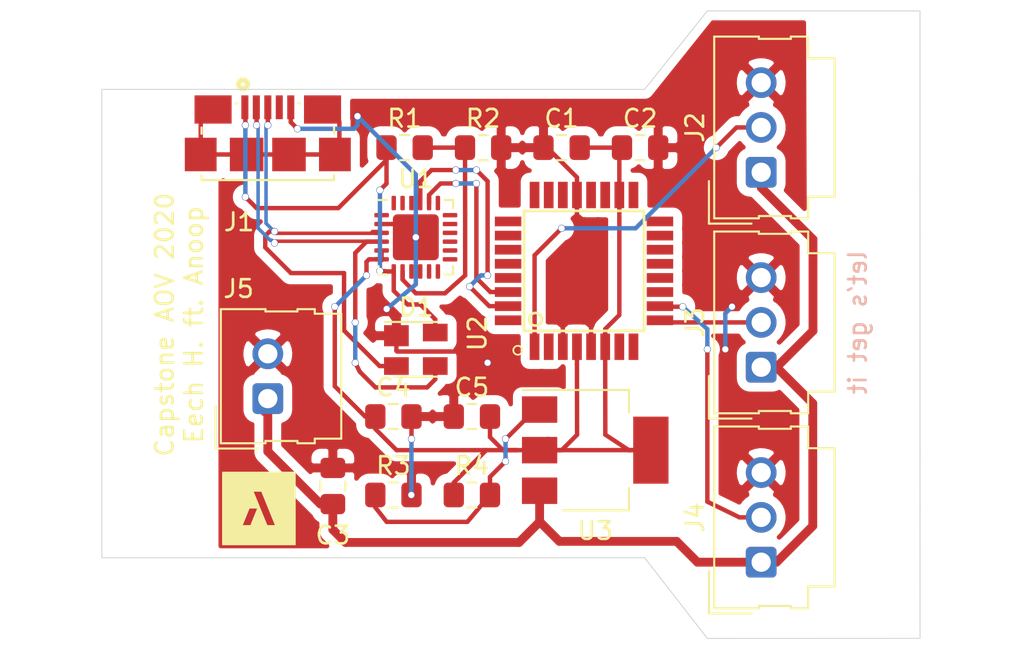
<source format=kicad_pcb>
(kicad_pcb (version 20171130) (host pcbnew 5.1.5-52549c5~84~ubuntu18.04.1)

  (general
    (thickness 1.6)
    (drawings 11)
    (tracks 259)
    (zones 0)
    (modules 23)
    (nets 52)
  )

  (page A4)
  (layers
    (0 F.Cu signal)
    (31 B.Cu signal)
    (32 B.Adhes user)
    (33 F.Adhes user)
    (34 B.Paste user)
    (35 F.Paste user)
    (36 B.SilkS user)
    (37 F.SilkS user)
    (38 B.Mask user)
    (39 F.Mask user)
    (40 Dwgs.User user)
    (41 Cmts.User user)
    (42 Eco1.User user)
    (43 Eco2.User user)
    (44 Edge.Cuts user)
    (45 Margin user)
    (46 B.CrtYd user)
    (47 F.CrtYd user)
    (48 B.Fab user)
    (49 F.Fab user)
  )

  (setup
    (last_trace_width 0.25)
    (user_trace_width 0.5)
    (trace_clearance 0.2)
    (zone_clearance 0.1)
    (zone_45_only no)
    (trace_min 0.2)
    (via_size 0.8)
    (via_drill 0.4)
    (via_min_size 0.4)
    (via_min_drill 0.3)
    (user_via 0.4 0.35)
    (uvia_size 0.3)
    (uvia_drill 0.1)
    (uvias_allowed no)
    (uvia_min_size 0.2)
    (uvia_min_drill 0.1)
    (edge_width 0.05)
    (segment_width 0.2)
    (pcb_text_width 0.3)
    (pcb_text_size 1.5 1.5)
    (mod_edge_width 0.12)
    (mod_text_size 1 1)
    (mod_text_width 0.15)
    (pad_size 1.524 1.524)
    (pad_drill 0.762)
    (pad_to_mask_clearance 0.051)
    (solder_mask_min_width 0.25)
    (aux_axis_origin 0 0)
    (visible_elements FFFFFF7F)
    (pcbplotparams
      (layerselection 0x010f0_ffffffff)
      (usegerberextensions false)
      (usegerberattributes false)
      (usegerberadvancedattributes false)
      (creategerberjobfile false)
      (excludeedgelayer true)
      (linewidth 0.100000)
      (plotframeref false)
      (viasonmask false)
      (mode 1)
      (useauxorigin false)
      (hpglpennumber 1)
      (hpglpenspeed 20)
      (hpglpendiameter 15.000000)
      (psnegative false)
      (psa4output false)
      (plotreference true)
      (plotvalue true)
      (plotinvisibletext false)
      (padsonsilk false)
      (subtractmaskfromsilk false)
      (outputformat 1)
      (mirror false)
      (drillshape 0)
      (scaleselection 1)
      (outputdirectory "gerber/"))
  )

  (net 0 "")
  (net 1 "Net-(D1-Pad4)")
  (net 2 D-)
  (net 3 D+)
  (net 4 GND)
  (net 5 "Net-(J1-PadSH1)")
  (net 6 "Net-(J1-Pad4)")
  (net 7 DP3)
  (net 8 +12V)
  (net 9 PD5)
  (net 10 PD6)
  (net 11 "Net-(U1-Pad24)")
  (net 12 "Net-(U1-Pad23)")
  (net 13 "Net-(U1-Pad22)")
  (net 14 UART_TX)
  (net 15 UART_RX)
  (net 16 "Net-(U1-Pad19)")
  (net 17 "Net-(U1-Pad18)")
  (net 18 "Net-(U1-Pad17)")
  (net 19 "Net-(U1-Pad16)")
  (net 20 "Net-(U1-Pad15)")
  (net 21 "Net-(U1-Pad14)")
  (net 22 "Net-(U1-Pad13)")
  (net 23 "Net-(U1-Pad12)")
  (net 24 "Net-(U1-Pad11)")
  (net 25 "Net-(U1-Pad10)")
  (net 26 "Net-(U1-Pad9)")
  (net 27 "Net-(R1-Pad2)")
  (net 28 +5V)
  (net 29 "Net-(U1-Pad1)")
  (net 30 "Net-(U2-Pad32)")
  (net 31 "Net-(U2-Pad29)")
  (net 32 "Net-(U2-Pad28)")
  (net 33 "Net-(U2-Pad27)")
  (net 34 "Net-(U2-Pad26)")
  (net 35 "Net-(U2-Pad25)")
  (net 36 "Net-(U2-Pad24)")
  (net 37 "Net-(U2-Pad23)")
  (net 38 "Net-(U2-Pad22)")
  (net 39 "Net-(U2-Pad20)")
  (net 40 "Net-(U2-Pad19)")
  (net 41 "Net-(U2-Pad17)")
  (net 42 "Net-(U2-Pad16)")
  (net 43 "Net-(U2-Pad15)")
  (net 44 "Net-(U2-Pad14)")
  (net 45 "Net-(U2-Pad13)")
  (net 46 "Net-(U2-Pad12)")
  (net 47 "Net-(U2-Pad11)")
  (net 48 "Net-(U2-Pad8)")
  (net 49 "Net-(U2-Pad7)")
  (net 50 "Net-(U2-Pad2)")
  (net 51 "Net-(R3-Pad1)")

  (net_class Default "This is the default net class."
    (clearance 0.2)
    (trace_width 0.25)
    (via_dia 0.8)
    (via_drill 0.4)
    (uvia_dia 0.3)
    (uvia_drill 0.1)
    (add_net +12V)
    (add_net +5V)
    (add_net D+)
    (add_net D-)
    (add_net DP3)
    (add_net GND)
    (add_net "Net-(D1-Pad4)")
    (add_net "Net-(J1-Pad4)")
    (add_net "Net-(J1-PadSH1)")
    (add_net "Net-(R1-Pad2)")
    (add_net "Net-(R3-Pad1)")
    (add_net "Net-(U1-Pad1)")
    (add_net "Net-(U1-Pad10)")
    (add_net "Net-(U1-Pad11)")
    (add_net "Net-(U1-Pad12)")
    (add_net "Net-(U1-Pad13)")
    (add_net "Net-(U1-Pad14)")
    (add_net "Net-(U1-Pad15)")
    (add_net "Net-(U1-Pad16)")
    (add_net "Net-(U1-Pad17)")
    (add_net "Net-(U1-Pad18)")
    (add_net "Net-(U1-Pad19)")
    (add_net "Net-(U1-Pad22)")
    (add_net "Net-(U1-Pad23)")
    (add_net "Net-(U1-Pad24)")
    (add_net "Net-(U1-Pad9)")
    (add_net "Net-(U2-Pad11)")
    (add_net "Net-(U2-Pad12)")
    (add_net "Net-(U2-Pad13)")
    (add_net "Net-(U2-Pad14)")
    (add_net "Net-(U2-Pad15)")
    (add_net "Net-(U2-Pad16)")
    (add_net "Net-(U2-Pad17)")
    (add_net "Net-(U2-Pad19)")
    (add_net "Net-(U2-Pad2)")
    (add_net "Net-(U2-Pad20)")
    (add_net "Net-(U2-Pad22)")
    (add_net "Net-(U2-Pad23)")
    (add_net "Net-(U2-Pad24)")
    (add_net "Net-(U2-Pad25)")
    (add_net "Net-(U2-Pad26)")
    (add_net "Net-(U2-Pad27)")
    (add_net "Net-(U2-Pad28)")
    (add_net "Net-(U2-Pad29)")
    (add_net "Net-(U2-Pad32)")
    (add_net "Net-(U2-Pad7)")
    (add_net "Net-(U2-Pad8)")
    (add_net PD5)
    (add_net PD6)
    (add_net UART_RX)
    (add_net UART_TX)
  )

  (module Connector_Molex:Molex_SL_171971-0003_1x03_P2.54mm_Vertical (layer F.Cu) (tedit 5DA36613) (tstamp 5E3C3219)
    (at 137.668 120.015 90)
    (descr "Molex Stackable Linear Connector, 171971-0003 (compatible alternatives: 171971-0103, 171971-0203), 3 Pins per row (https://www.molex.com/pdm_docs/sd/1719710002_sd.pdf), generated with kicad-footprint-generator")
    (tags "connector Molex SL vertical")
    (path /5E3A7639)
    (fp_text reference J4 (at 2.54 -3.75 90) (layer F.SilkS)
      (effects (font (size 1 1) (thickness 0.15)))
    )
    (fp_text value Conn_01x03_Male (at 2.54 5.25 90) (layer F.Fab)
      (effects (font (size 1 1) (thickness 0.15)))
    )
    (fp_text user %R (at 2.54 1.85 90) (layer F.Fab)
      (effects (font (size 1 1) (thickness 0.15)))
    )
    (fp_line (start 8.08 -3.05) (end -3 -3.05) (layer F.CrtYd) (width 0.05))
    (fp_line (start 8.08 4.55) (end 8.08 -3.05) (layer F.CrtYd) (width 0.05))
    (fp_line (start -3 4.55) (end 8.08 4.55) (layer F.CrtYd) (width 0.05))
    (fp_line (start -3 -3.05) (end -3 4.55) (layer F.CrtYd) (width 0.05))
    (fp_line (start 0 -1.842893) (end -0.5 -2.55) (layer F.Fab) (width 0.1))
    (fp_line (start 0.5 -2.55) (end 0 -1.842893) (layer F.Fab) (width 0.1))
    (fp_line (start -2.91 -2.96) (end -0.5 -2.96) (layer F.SilkS) (width 0.12))
    (fp_line (start -2.91 -0.55) (end -2.91 -2.96) (layer F.SilkS) (width 0.12))
    (fp_line (start 7.69 -2.66) (end -2.61 -2.66) (layer F.SilkS) (width 0.12))
    (fp_line (start 7.69 -0.13) (end 7.69 -2.66) (layer F.SilkS) (width 0.12))
    (fp_line (start 7.56 -0.13) (end 7.69 -0.13) (layer F.SilkS) (width 0.12))
    (fp_line (start 7.56 1.68) (end 7.56 -0.13) (layer F.SilkS) (width 0.12))
    (fp_line (start 7.69 1.68) (end 7.56 1.68) (layer F.SilkS) (width 0.12))
    (fp_line (start 7.69 2.66) (end 7.69 1.68) (layer F.SilkS) (width 0.12))
    (fp_line (start 6.46 2.66) (end 7.69 2.66) (layer F.SilkS) (width 0.12))
    (fp_line (start 6.46 4.16) (end 6.46 2.66) (layer F.SilkS) (width 0.12))
    (fp_line (start -1.38 4.16) (end 6.46 4.16) (layer F.SilkS) (width 0.12))
    (fp_line (start -1.38 2.66) (end -1.38 4.16) (layer F.SilkS) (width 0.12))
    (fp_line (start -2.61 2.66) (end -1.38 2.66) (layer F.SilkS) (width 0.12))
    (fp_line (start -2.61 1.68) (end -2.61 2.66) (layer F.SilkS) (width 0.12))
    (fp_line (start -2.48 1.68) (end -2.61 1.68) (layer F.SilkS) (width 0.12))
    (fp_line (start -2.48 -0.13) (end -2.48 1.68) (layer F.SilkS) (width 0.12))
    (fp_line (start -2.61 -0.13) (end -2.48 -0.13) (layer F.SilkS) (width 0.12))
    (fp_line (start -2.61 -2.66) (end -2.61 -0.13) (layer F.SilkS) (width 0.12))
    (fp_line (start 6.35 4.05) (end 6.35 2.55) (layer F.Fab) (width 0.1))
    (fp_line (start -1.27 4.05) (end 6.35 4.05) (layer F.Fab) (width 0.1))
    (fp_line (start -1.27 2.55) (end -1.27 4.05) (layer F.Fab) (width 0.1))
    (fp_line (start 7.58 -2.55) (end -2.5 -2.55) (layer F.Fab) (width 0.1))
    (fp_line (start 7.58 -0.24) (end 7.58 -2.55) (layer F.Fab) (width 0.1))
    (fp_line (start 7.45 -0.24) (end 7.58 -0.24) (layer F.Fab) (width 0.1))
    (fp_line (start 7.45 1.79) (end 7.45 -0.24) (layer F.Fab) (width 0.1))
    (fp_line (start 7.58 1.79) (end 7.45 1.79) (layer F.Fab) (width 0.1))
    (fp_line (start 7.58 2.55) (end 7.58 1.79) (layer F.Fab) (width 0.1))
    (fp_line (start -2.5 2.55) (end 7.58 2.55) (layer F.Fab) (width 0.1))
    (fp_line (start -2.5 1.79) (end -2.5 2.55) (layer F.Fab) (width 0.1))
    (fp_line (start -2.37 1.79) (end -2.5 1.79) (layer F.Fab) (width 0.1))
    (fp_line (start -2.37 -0.24) (end -2.37 1.79) (layer F.Fab) (width 0.1))
    (fp_line (start -2.5 -0.24) (end -2.37 -0.24) (layer F.Fab) (width 0.1))
    (fp_line (start -2.5 -2.55) (end -2.5 -0.24) (layer F.Fab) (width 0.1))
    (pad 3 thru_hole circle (at 5.08 0 90) (size 1.74 1.74) (drill 1.09) (layers *.Cu *.Mask)
      (net 4 GND))
    (pad 2 thru_hole circle (at 2.54 0 90) (size 1.74 1.74) (drill 1.09) (layers *.Cu *.Mask)
      (net 10 PD6))
    (pad 1 thru_hole roundrect (at 0 0 90) (size 1.74 1.74) (drill 1.09) (layers *.Cu *.Mask) (roundrect_rratio 0.143678)
      (net 8 +12V))
    (model ${KISYS3DMOD}/Connector_Molex.3dshapes/Molex_SL_171971-0003_1x03_P2.54mm_Vertical.wrl
      (at (xyz 0 0 0))
      (scale (xyz 1 1 1))
      (rotate (xyz 0 0 0))
    )
  )

  (module Connector_Molex:Molex_SL_171971-0003_1x03_P2.54mm_Vertical (layer F.Cu) (tedit 5DA36613) (tstamp 5E3C31EA)
    (at 137.668 108.966 90)
    (descr "Molex Stackable Linear Connector, 171971-0003 (compatible alternatives: 171971-0103, 171971-0203), 3 Pins per row (https://www.molex.com/pdm_docs/sd/1719710002_sd.pdf), generated with kicad-footprint-generator")
    (tags "connector Molex SL vertical")
    (path /5E3A7192)
    (fp_text reference J3 (at 2.54 -3.75 90) (layer F.SilkS)
      (effects (font (size 1 1) (thickness 0.15)))
    )
    (fp_text value Conn_01x03_Male (at 2.54 5.25 90) (layer F.Fab)
      (effects (font (size 1 1) (thickness 0.15)))
    )
    (fp_text user %R (at 2.54 1.85 90) (layer F.Fab)
      (effects (font (size 1 1) (thickness 0.15)))
    )
    (fp_line (start 8.08 -3.05) (end -3 -3.05) (layer F.CrtYd) (width 0.05))
    (fp_line (start 8.08 4.55) (end 8.08 -3.05) (layer F.CrtYd) (width 0.05))
    (fp_line (start -3 4.55) (end 8.08 4.55) (layer F.CrtYd) (width 0.05))
    (fp_line (start -3 -3.05) (end -3 4.55) (layer F.CrtYd) (width 0.05))
    (fp_line (start 0 -1.842893) (end -0.5 -2.55) (layer F.Fab) (width 0.1))
    (fp_line (start 0.5 -2.55) (end 0 -1.842893) (layer F.Fab) (width 0.1))
    (fp_line (start -2.91 -2.96) (end -0.5 -2.96) (layer F.SilkS) (width 0.12))
    (fp_line (start -2.91 -0.55) (end -2.91 -2.96) (layer F.SilkS) (width 0.12))
    (fp_line (start 7.69 -2.66) (end -2.61 -2.66) (layer F.SilkS) (width 0.12))
    (fp_line (start 7.69 -0.13) (end 7.69 -2.66) (layer F.SilkS) (width 0.12))
    (fp_line (start 7.56 -0.13) (end 7.69 -0.13) (layer F.SilkS) (width 0.12))
    (fp_line (start 7.56 1.68) (end 7.56 -0.13) (layer F.SilkS) (width 0.12))
    (fp_line (start 7.69 1.68) (end 7.56 1.68) (layer F.SilkS) (width 0.12))
    (fp_line (start 7.69 2.66) (end 7.69 1.68) (layer F.SilkS) (width 0.12))
    (fp_line (start 6.46 2.66) (end 7.69 2.66) (layer F.SilkS) (width 0.12))
    (fp_line (start 6.46 4.16) (end 6.46 2.66) (layer F.SilkS) (width 0.12))
    (fp_line (start -1.38 4.16) (end 6.46 4.16) (layer F.SilkS) (width 0.12))
    (fp_line (start -1.38 2.66) (end -1.38 4.16) (layer F.SilkS) (width 0.12))
    (fp_line (start -2.61 2.66) (end -1.38 2.66) (layer F.SilkS) (width 0.12))
    (fp_line (start -2.61 1.68) (end -2.61 2.66) (layer F.SilkS) (width 0.12))
    (fp_line (start -2.48 1.68) (end -2.61 1.68) (layer F.SilkS) (width 0.12))
    (fp_line (start -2.48 -0.13) (end -2.48 1.68) (layer F.SilkS) (width 0.12))
    (fp_line (start -2.61 -0.13) (end -2.48 -0.13) (layer F.SilkS) (width 0.12))
    (fp_line (start -2.61 -2.66) (end -2.61 -0.13) (layer F.SilkS) (width 0.12))
    (fp_line (start 6.35 4.05) (end 6.35 2.55) (layer F.Fab) (width 0.1))
    (fp_line (start -1.27 4.05) (end 6.35 4.05) (layer F.Fab) (width 0.1))
    (fp_line (start -1.27 2.55) (end -1.27 4.05) (layer F.Fab) (width 0.1))
    (fp_line (start 7.58 -2.55) (end -2.5 -2.55) (layer F.Fab) (width 0.1))
    (fp_line (start 7.58 -0.24) (end 7.58 -2.55) (layer F.Fab) (width 0.1))
    (fp_line (start 7.45 -0.24) (end 7.58 -0.24) (layer F.Fab) (width 0.1))
    (fp_line (start 7.45 1.79) (end 7.45 -0.24) (layer F.Fab) (width 0.1))
    (fp_line (start 7.58 1.79) (end 7.45 1.79) (layer F.Fab) (width 0.1))
    (fp_line (start 7.58 2.55) (end 7.58 1.79) (layer F.Fab) (width 0.1))
    (fp_line (start -2.5 2.55) (end 7.58 2.55) (layer F.Fab) (width 0.1))
    (fp_line (start -2.5 1.79) (end -2.5 2.55) (layer F.Fab) (width 0.1))
    (fp_line (start -2.37 1.79) (end -2.5 1.79) (layer F.Fab) (width 0.1))
    (fp_line (start -2.37 -0.24) (end -2.37 1.79) (layer F.Fab) (width 0.1))
    (fp_line (start -2.5 -0.24) (end -2.37 -0.24) (layer F.Fab) (width 0.1))
    (fp_line (start -2.5 -2.55) (end -2.5 -0.24) (layer F.Fab) (width 0.1))
    (pad 3 thru_hole circle (at 5.08 0 90) (size 1.74 1.74) (drill 1.09) (layers *.Cu *.Mask)
      (net 4 GND))
    (pad 2 thru_hole circle (at 2.54 0 90) (size 1.74 1.74) (drill 1.09) (layers *.Cu *.Mask)
      (net 9 PD5))
    (pad 1 thru_hole roundrect (at 0 0 90) (size 1.74 1.74) (drill 1.09) (layers *.Cu *.Mask) (roundrect_rratio 0.143678)
      (net 8 +12V))
    (model ${KISYS3DMOD}/Connector_Molex.3dshapes/Molex_SL_171971-0003_1x03_P2.54mm_Vertical.wrl
      (at (xyz 0 0 0))
      (scale (xyz 1 1 1))
      (rotate (xyz 0 0 0))
    )
  )

  (module Connector_Molex:Molex_SL_171971-0003_1x03_P2.54mm_Vertical (layer F.Cu) (tedit 5DA36613) (tstamp 5E3C31BB)
    (at 137.668 97.917 90)
    (descr "Molex Stackable Linear Connector, 171971-0003 (compatible alternatives: 171971-0103, 171971-0203), 3 Pins per row (https://www.molex.com/pdm_docs/sd/1719710002_sd.pdf), generated with kicad-footprint-generator")
    (tags "connector Molex SL vertical")
    (path /5E3A4756)
    (fp_text reference J2 (at 2.54 -3.75 90) (layer F.SilkS)
      (effects (font (size 1 1) (thickness 0.15)))
    )
    (fp_text value Conn_01x03_Male (at 2.54 5.25 90) (layer F.Fab)
      (effects (font (size 1 1) (thickness 0.15)))
    )
    (fp_text user %R (at 2.54 1.85 90) (layer F.Fab)
      (effects (font (size 1 1) (thickness 0.15)))
    )
    (fp_line (start 8.08 -3.05) (end -3 -3.05) (layer F.CrtYd) (width 0.05))
    (fp_line (start 8.08 4.55) (end 8.08 -3.05) (layer F.CrtYd) (width 0.05))
    (fp_line (start -3 4.55) (end 8.08 4.55) (layer F.CrtYd) (width 0.05))
    (fp_line (start -3 -3.05) (end -3 4.55) (layer F.CrtYd) (width 0.05))
    (fp_line (start 0 -1.842893) (end -0.5 -2.55) (layer F.Fab) (width 0.1))
    (fp_line (start 0.5 -2.55) (end 0 -1.842893) (layer F.Fab) (width 0.1))
    (fp_line (start -2.91 -2.96) (end -0.5 -2.96) (layer F.SilkS) (width 0.12))
    (fp_line (start -2.91 -0.55) (end -2.91 -2.96) (layer F.SilkS) (width 0.12))
    (fp_line (start 7.69 -2.66) (end -2.61 -2.66) (layer F.SilkS) (width 0.12))
    (fp_line (start 7.69 -0.13) (end 7.69 -2.66) (layer F.SilkS) (width 0.12))
    (fp_line (start 7.56 -0.13) (end 7.69 -0.13) (layer F.SilkS) (width 0.12))
    (fp_line (start 7.56 1.68) (end 7.56 -0.13) (layer F.SilkS) (width 0.12))
    (fp_line (start 7.69 1.68) (end 7.56 1.68) (layer F.SilkS) (width 0.12))
    (fp_line (start 7.69 2.66) (end 7.69 1.68) (layer F.SilkS) (width 0.12))
    (fp_line (start 6.46 2.66) (end 7.69 2.66) (layer F.SilkS) (width 0.12))
    (fp_line (start 6.46 4.16) (end 6.46 2.66) (layer F.SilkS) (width 0.12))
    (fp_line (start -1.38 4.16) (end 6.46 4.16) (layer F.SilkS) (width 0.12))
    (fp_line (start -1.38 2.66) (end -1.38 4.16) (layer F.SilkS) (width 0.12))
    (fp_line (start -2.61 2.66) (end -1.38 2.66) (layer F.SilkS) (width 0.12))
    (fp_line (start -2.61 1.68) (end -2.61 2.66) (layer F.SilkS) (width 0.12))
    (fp_line (start -2.48 1.68) (end -2.61 1.68) (layer F.SilkS) (width 0.12))
    (fp_line (start -2.48 -0.13) (end -2.48 1.68) (layer F.SilkS) (width 0.12))
    (fp_line (start -2.61 -0.13) (end -2.48 -0.13) (layer F.SilkS) (width 0.12))
    (fp_line (start -2.61 -2.66) (end -2.61 -0.13) (layer F.SilkS) (width 0.12))
    (fp_line (start 6.35 4.05) (end 6.35 2.55) (layer F.Fab) (width 0.1))
    (fp_line (start -1.27 4.05) (end 6.35 4.05) (layer F.Fab) (width 0.1))
    (fp_line (start -1.27 2.55) (end -1.27 4.05) (layer F.Fab) (width 0.1))
    (fp_line (start 7.58 -2.55) (end -2.5 -2.55) (layer F.Fab) (width 0.1))
    (fp_line (start 7.58 -0.24) (end 7.58 -2.55) (layer F.Fab) (width 0.1))
    (fp_line (start 7.45 -0.24) (end 7.58 -0.24) (layer F.Fab) (width 0.1))
    (fp_line (start 7.45 1.79) (end 7.45 -0.24) (layer F.Fab) (width 0.1))
    (fp_line (start 7.58 1.79) (end 7.45 1.79) (layer F.Fab) (width 0.1))
    (fp_line (start 7.58 2.55) (end 7.58 1.79) (layer F.Fab) (width 0.1))
    (fp_line (start -2.5 2.55) (end 7.58 2.55) (layer F.Fab) (width 0.1))
    (fp_line (start -2.5 1.79) (end -2.5 2.55) (layer F.Fab) (width 0.1))
    (fp_line (start -2.37 1.79) (end -2.5 1.79) (layer F.Fab) (width 0.1))
    (fp_line (start -2.37 -0.24) (end -2.37 1.79) (layer F.Fab) (width 0.1))
    (fp_line (start -2.5 -0.24) (end -2.37 -0.24) (layer F.Fab) (width 0.1))
    (fp_line (start -2.5 -2.55) (end -2.5 -0.24) (layer F.Fab) (width 0.1))
    (pad 3 thru_hole circle (at 5.08 0 90) (size 1.74 1.74) (drill 1.09) (layers *.Cu *.Mask)
      (net 4 GND))
    (pad 2 thru_hole circle (at 2.54 0 90) (size 1.74 1.74) (drill 1.09) (layers *.Cu *.Mask)
      (net 7 DP3))
    (pad 1 thru_hole roundrect (at 0 0 90) (size 1.74 1.74) (drill 1.09) (layers *.Cu *.Mask) (roundrect_rratio 0.143678)
      (net 8 +12V))
    (model ${KISYS3DMOD}/Connector_Molex.3dshapes/Molex_SL_171971-0003_1x03_P2.54mm_Vertical.wrl
      (at (xyz 0 0 0))
      (scale (xyz 1 1 1))
      (rotate (xyz 0 0 0))
    )
  )

  (module Connector_Molex:Molex_SL_171971-0002_1x02_P2.54mm_Vertical (layer F.Cu) (tedit 5DA36613) (tstamp 5E3C383C)
    (at 109.728 110.744 90)
    (descr "Molex Stackable Linear Connector, 171971-0002 (compatible alternatives: 171971-0102, 171971-0202), 2 Pins per row (https://www.molex.com/pdm_docs/sd/1719710002_sd.pdf), generated with kicad-footprint-generator")
    (tags "connector Molex SL vertical")
    (path /5E44608D)
    (fp_text reference J5 (at 6.223 -1.651 180) (layer F.SilkS)
      (effects (font (size 1 1) (thickness 0.15)))
    )
    (fp_text value Conn_01x02_Male (at 1.27 5.25 90) (layer F.Fab)
      (effects (font (size 1 1) (thickness 0.15)))
    )
    (fp_text user %R (at 1.27 1.85 90) (layer F.Fab)
      (effects (font (size 1 1) (thickness 0.15)))
    )
    (fp_line (start 5.46 -3.05) (end -2.92 -3.05) (layer F.CrtYd) (width 0.05))
    (fp_line (start 5.46 4.55) (end 5.46 -3.05) (layer F.CrtYd) (width 0.05))
    (fp_line (start -2.92 4.55) (end 5.46 4.55) (layer F.CrtYd) (width 0.05))
    (fp_line (start -2.92 -3.05) (end -2.92 4.55) (layer F.CrtYd) (width 0.05))
    (fp_line (start 0 -1.842893) (end -0.5 -2.55) (layer F.Fab) (width 0.1))
    (fp_line (start 0.5 -2.55) (end 0 -1.842893) (layer F.Fab) (width 0.1))
    (fp_line (start -2.83 -2.96) (end -0.42 -2.96) (layer F.SilkS) (width 0.12))
    (fp_line (start -2.83 -0.55) (end -2.83 -2.96) (layer F.SilkS) (width 0.12))
    (fp_line (start 5.07 -2.66) (end -2.53 -2.66) (layer F.SilkS) (width 0.12))
    (fp_line (start 5.07 -0.13) (end 5.07 -2.66) (layer F.SilkS) (width 0.12))
    (fp_line (start 4.94 -0.13) (end 5.07 -0.13) (layer F.SilkS) (width 0.12))
    (fp_line (start 4.94 1.68) (end 4.94 -0.13) (layer F.SilkS) (width 0.12))
    (fp_line (start 5.07 1.68) (end 4.94 1.68) (layer F.SilkS) (width 0.12))
    (fp_line (start 5.07 2.66) (end 5.07 1.68) (layer F.SilkS) (width 0.12))
    (fp_line (start 4.81 2.66) (end 5.07 2.66) (layer F.SilkS) (width 0.12))
    (fp_line (start 4.81 4.16) (end 4.81 2.66) (layer F.SilkS) (width 0.12))
    (fp_line (start -2.27 4.16) (end 4.81 4.16) (layer F.SilkS) (width 0.12))
    (fp_line (start -2.27 2.66) (end -2.27 4.16) (layer F.SilkS) (width 0.12))
    (fp_line (start -2.53 2.66) (end -2.27 2.66) (layer F.SilkS) (width 0.12))
    (fp_line (start -2.53 1.68) (end -2.53 2.66) (layer F.SilkS) (width 0.12))
    (fp_line (start -2.4 1.68) (end -2.53 1.68) (layer F.SilkS) (width 0.12))
    (fp_line (start -2.4 -0.13) (end -2.4 1.68) (layer F.SilkS) (width 0.12))
    (fp_line (start -2.53 -0.13) (end -2.4 -0.13) (layer F.SilkS) (width 0.12))
    (fp_line (start -2.53 -2.66) (end -2.53 -0.13) (layer F.SilkS) (width 0.12))
    (fp_line (start 4.7 4.05) (end 4.7 2.55) (layer F.Fab) (width 0.1))
    (fp_line (start -2.16 4.05) (end 4.7 4.05) (layer F.Fab) (width 0.1))
    (fp_line (start -2.16 2.55) (end -2.16 4.05) (layer F.Fab) (width 0.1))
    (fp_line (start 4.96 -2.55) (end -2.42 -2.55) (layer F.Fab) (width 0.1))
    (fp_line (start 4.96 -0.24) (end 4.96 -2.55) (layer F.Fab) (width 0.1))
    (fp_line (start 4.83 -0.24) (end 4.96 -0.24) (layer F.Fab) (width 0.1))
    (fp_line (start 4.83 1.79) (end 4.83 -0.24) (layer F.Fab) (width 0.1))
    (fp_line (start 4.96 1.79) (end 4.83 1.79) (layer F.Fab) (width 0.1))
    (fp_line (start 4.96 2.55) (end 4.96 1.79) (layer F.Fab) (width 0.1))
    (fp_line (start -2.42 2.55) (end 4.96 2.55) (layer F.Fab) (width 0.1))
    (fp_line (start -2.42 1.79) (end -2.42 2.55) (layer F.Fab) (width 0.1))
    (fp_line (start -2.29 1.79) (end -2.42 1.79) (layer F.Fab) (width 0.1))
    (fp_line (start -2.29 -0.24) (end -2.29 1.79) (layer F.Fab) (width 0.1))
    (fp_line (start -2.42 -0.24) (end -2.29 -0.24) (layer F.Fab) (width 0.1))
    (fp_line (start -2.42 -2.55) (end -2.42 -0.24) (layer F.Fab) (width 0.1))
    (pad 2 thru_hole circle (at 2.54 0 90) (size 1.74 1.74) (drill 1.09) (layers *.Cu *.Mask)
      (net 4 GND))
    (pad 1 thru_hole roundrect (at 0 0 90) (size 1.74 1.74) (drill 1.09) (layers *.Cu *.Mask) (roundrect_rratio 0.143678)
      (net 8 +12V))
    (model ${KISYS3DMOD}/Connector_Molex.3dshapes/Molex_SL_171971-0002_1x02_P2.54mm_Vertical.wrl
      (at (xyz 0 0 0))
      (scale (xyz 1 1 1))
      (rotate (xyz 0 0 0))
    )
  )

  (module graphics:aov (layer F.Cu) (tedit 0) (tstamp 5E3C0A1C)
    (at 109.22 116.967)
    (fp_text reference G*** (at 0 0) (layer F.SilkS) hide
      (effects (font (size 1.524 1.524) (thickness 0.3)))
    )
    (fp_text value LOGO (at 0.75 0) (layer F.SilkS) hide
      (effects (font (size 1.524 1.524) (thickness 0.3)))
    )
    (fp_poly (pts (xy 2.079812 2.079812) (xy -2.079313 2.079812) (xy -2.079313 0.949082) (xy -0.912408 0.949082)
      (xy -0.911915 0.949094) (xy -0.910458 0.949106) (xy -0.908069 0.949118) (xy -0.904779 0.949129)
      (xy -0.90062 0.949141) (xy -0.895624 0.949151) (xy -0.889823 0.949162) (xy -0.883249 0.949172)
      (xy -0.875934 0.949182) (xy -0.867909 0.949191) (xy -0.859206 0.9492) (xy -0.849857 0.949208)
      (xy -0.839894 0.949216) (xy -0.829349 0.949224) (xy -0.818254 0.949231) (xy -0.80664 0.949237)
      (xy -0.794539 0.949242) (xy -0.781983 0.949248) (xy -0.769004 0.949252) (xy -0.755633 0.949256)
      (xy -0.741904 0.949259) (xy -0.727846 0.949261) (xy -0.713493 0.949262) (xy -0.698876 0.949263)
      (xy -0.475332 0.949263) (xy -0.284472 0.477744) (xy -0.276033 0.456896) (xy -0.267685 0.436272)
      (xy -0.259436 0.415891) (xy -0.251294 0.395773) (xy -0.243266 0.375936) (xy -0.23536 0.356401)
      (xy -0.227584 0.337186) (xy -0.219946 0.318311) (xy -0.212454 0.299796) (xy -0.205116 0.28166)
      (xy -0.197938 0.263921) (xy -0.19093 0.2466) (xy -0.184099 0.229716) (xy -0.177453 0.213287)
      (xy -0.171 0.197335) (xy -0.164747 0.181877) (xy -0.158703 0.166933) (xy -0.152874 0.152523)
      (xy -0.14727 0.138666) (xy -0.141897 0.125382) (xy -0.136765 0.112688) (xy -0.131879 0.100606)
      (xy -0.127249 0.089155) (xy -0.122883 0.078353) (xy -0.118787 0.06822) (xy -0.11497 0.058775)
      (xy -0.111439 0.050039) (xy -0.108204 0.042029) (xy -0.10527 0.034767) (xy -0.102647 0.028269)
      (xy -0.100341 0.022558) (xy -0.098362 0.017651) (xy -0.096716 0.013567) (xy -0.095411 0.010328)
      (xy -0.094456 0.00795) (xy -0.093858 0.006455) (xy -0.093624 0.005862) (xy -0.093621 0.005852)
      (xy -0.094115 0.005827) (xy -0.095572 0.005803) (xy -0.097962 0.00578) (xy -0.101253 0.005758)
      (xy -0.105412 0.005737) (xy -0.110409 0.005718) (xy -0.11621 0.005699) (xy -0.122784 0.005682)
      (xy -0.1301 0.005666) (xy -0.138126 0.005651) (xy -0.146829 0.005638) (xy -0.156178 0.005626)
      (xy -0.166141 0.005615) (xy -0.176686 0.005606) (xy -0.187782 0.005598) (xy -0.199396 0.005592)
      (xy -0.211497 0.005587) (xy -0.224053 0.005584) (xy -0.237032 0.005583) (xy -0.250402 0.005583)
      (xy -0.264131 0.005584) (xy -0.278188 0.005588) (xy -0.29254 0.005593) (xy -0.307157 0.0056)
      (xy -0.31212 0.005603) (xy -0.53061 0.005728) (xy -0.721509 0.477314) (xy -0.729948 0.498163)
      (xy -0.738297 0.518787) (xy -0.746546 0.539168) (xy -0.75469 0.559286) (xy -0.762719 0.579122)
      (xy -0.770625 0.598656) (xy -0.778402 0.617869) (xy -0.786041 0.636742) (xy -0.793534 0.655255)
      (xy -0.800873 0.673389) (xy -0.808052 0.691125) (xy -0.815061 0.708444) (xy -0.821893 0.725325)
      (xy -0.82854 0.74175) (xy -0.834994 0.757699) (xy -0.841248 0.773154) (xy -0.847294 0.788093)
      (xy -0.853124 0.8025) (xy -0.858729 0.816353) (xy -0.864103 0.829633) (xy -0.869237 0.842322)
      (xy -0.874124 0.8544) (xy -0.878755 0.865847) (xy -0.883124 0.876644) (xy -0.887221 0.886772)
      (xy -0.891039 0.896212) (xy -0.894571 0.904944) (xy -0.897809 0.912948) (xy -0.900744 0.920206)
      (xy -0.903369 0.926699) (xy -0.905676 0.932405) (xy -0.907658 0.937308) (xy -0.909305 0.941386)
      (xy -0.910612 0.944621) (xy -0.911569 0.946993) (xy -0.912169 0.948484) (xy -0.912404 0.949073)
      (xy -0.912408 0.949082) (xy -2.079313 0.949082) (xy -2.079313 -0.950916) (xy -0.294722 -0.950916)
      (xy -0.294719 -0.950882) (xy -0.294525 -0.950395) (xy -0.293961 -0.949) (xy -0.293032 -0.94671)
      (xy -0.291744 -0.943538) (xy -0.290103 -0.939497) (xy -0.288113 -0.934603) (xy -0.285782 -0.928867)
      (xy -0.283114 -0.922305) (xy -0.280114 -0.914929) (xy -0.276789 -0.906753) (xy -0.273143 -0.897791)
      (xy -0.269183 -0.888056) (xy -0.264914 -0.877562) (xy -0.260342 -0.866323) (xy -0.255471 -0.854352)
      (xy -0.250308 -0.841662) (xy -0.244858 -0.828269) (xy -0.239127 -0.814184) (xy -0.23312 -0.799422)
      (xy -0.226843 -0.783997) (xy -0.220301 -0.767922) (xy -0.2135 -0.75121) (xy -0.206445 -0.733875)
      (xy -0.199142 -0.715932) (xy -0.191597 -0.697392) (xy -0.183815 -0.678271) (xy -0.175801 -0.658582)
      (xy -0.167562 -0.638338) (xy -0.159102 -0.617554) (xy -0.150427 -0.596241) (xy -0.141544 -0.574415)
      (xy -0.132456 -0.552089) (xy -0.123171 -0.529277) (xy -0.113692 -0.505992) (xy -0.104027 -0.482247)
      (xy -0.09418 -0.458057) (xy -0.084158 -0.433435) (xy -0.073964 -0.408394) (xy -0.063606 -0.382949)
      (xy -0.053089 -0.357113) (xy -0.042418 -0.330899) (xy -0.031599 -0.304322) (xy -0.020637 -0.277394)
      (xy -0.009538 -0.25013) (xy 0.001693 -0.222543) (xy 0.01305 -0.194646) (xy 0.024527 -0.166454)
      (xy 0.036119 -0.137979) (xy 0.04782 -0.109237) (xy 0.059626 -0.080239) (xy 0.071529 -0.051)
      (xy 0.083526 -0.021534) (xy 0.092141 -0.000373) (xy 0.478765 0.949263) (xy 0.710485 0.949263)
      (xy 0.724881 0.949262) (xy 0.738992 0.94926) (xy 0.752786 0.949259) (xy 0.76623 0.949256)
      (xy 0.779294 0.949253) (xy 0.791944 0.94925) (xy 0.80415 0.949246) (xy 0.815879 0.949242)
      (xy 0.827098 0.949237) (xy 0.837777 0.949232) (xy 0.847884 0.949227) (xy 0.857386 0.949221)
      (xy 0.866251 0.949215) (xy 0.874447 0.949209) (xy 0.881944 0.949202) (xy 0.888708 0.949195)
      (xy 0.894707 0.949188) (xy 0.89991 0.949181) (xy 0.904286 0.949173) (xy 0.907801 0.949165)
      (xy 0.910423 0.949157) (xy 0.912122 0.949149) (xy 0.912865 0.949141) (xy 0.912898 0.949138)
      (xy 0.912712 0.948675) (xy 0.912156 0.947303) (xy 0.911238 0.945034) (xy 0.909961 0.941884)
      (xy 0.908333 0.937865) (xy 0.906357 0.93299) (xy 0.904041 0.927275) (xy 0.901388 0.920732)
      (xy 0.898406 0.913374) (xy 0.895099 0.905217) (xy 0.891472 0.896272) (xy 0.887533 0.886554)
      (xy 0.883285 0.876077) (xy 0.878734 0.864853) (xy 0.873887 0.852897) (xy 0.868748 0.840223)
      (xy 0.863323 0.826843) (xy 0.857617 0.812771) (xy 0.851637 0.798022) (xy 0.845387 0.782609)
      (xy 0.838874 0.766545) (xy 0.832101 0.749843) (xy 0.825077 0.732519) (xy 0.817804 0.714584)
      (xy 0.81029 0.696054) (xy 0.80254 0.676941) (xy 0.794559 0.657259) (xy 0.786353 0.637021)
      (xy 0.777927 0.616242) (xy 0.769287 0.594935) (xy 0.760438 0.573113) (xy 0.751386 0.550791)
      (xy 0.742136 0.527981) (xy 0.732694 0.504698) (xy 0.723066 0.480954) (xy 0.713257 0.456765)
      (xy 0.703272 0.432142) (xy 0.693117 0.407101) (xy 0.682798 0.381654) (xy 0.672319 0.355815)
      (xy 0.661688 0.329597) (xy 0.650908 0.303016) (xy 0.639986 0.276083) (xy 0.628927 0.248812)
      (xy 0.617737 0.221218) (xy 0.606421 0.193314) (xy 0.594985 0.165113) (xy 0.583433 0.13663)
      (xy 0.571773 0.107877) (xy 0.560009 0.078868) (xy 0.548147 0.049617) (xy 0.536192 0.020138)
      (xy 0.52752 -0.001245) (xy 0.14215 -0.951504) (xy -0.076403 -0.951629) (xy -0.094003 -0.951639)
      (xy -0.110634 -0.951648) (xy -0.126323 -0.951656) (xy -0.141099 -0.951663) (xy -0.154987 -0.951669)
      (xy -0.168016 -0.951673) (xy -0.180213 -0.951677) (xy -0.191605 -0.951679) (xy -0.202219 -0.951679)
      (xy -0.212083 -0.951678) (xy -0.221224 -0.951675) (xy -0.22967 -0.95167) (xy -0.237446 -0.951663)
      (xy -0.244582 -0.951654) (xy -0.251104 -0.951643) (xy -0.25704 -0.95163) (xy -0.262416 -0.951615)
      (xy -0.26726 -0.951598) (xy -0.2716 -0.951577) (xy -0.275463 -0.951555) (xy -0.278876 -0.951529)
      (xy -0.281866 -0.951501) (xy -0.284461 -0.95147) (xy -0.286687 -0.951437) (xy -0.288574 -0.9514)
      (xy -0.290146 -0.95136) (xy -0.291433 -0.951317) (xy -0.292461 -0.95127) (xy -0.293257 -0.95122)
      (xy -0.293849 -0.951167) (xy -0.294264 -0.95111) (xy -0.29453 -0.951049) (xy -0.294673 -0.950985)
      (xy -0.294722 -0.950916) (xy -2.079313 -0.950916) (xy -2.079313 -2.079313) (xy 2.079812 -2.079313)
      (xy 2.079812 2.079812)) (layer F.SilkS) (width 0.01))
  )

  (module MountingHole:MountingHole_2.1mm (layer F.Cu) (tedit 5B924765) (tstamp 5E3DE5FC)
    (at 102.616 95.631)
    (descr "Mounting Hole 2.1mm, no annular")
    (tags "mounting hole 2.1mm no annular")
    (attr virtual)
    (fp_text reference REF** (at 0 -3.2) (layer Eco1.User)
      (effects (font (size 1 1) (thickness 0.15)))
    )
    (fp_text value MountingHole_2.1mm (at 0 3.2) (layer F.Fab)
      (effects (font (size 1 1) (thickness 0.15)))
    )
    (fp_circle (center 0 0) (end 2.35 0) (layer F.CrtYd) (width 0.05))
    (fp_circle (center 0 0) (end 2.1 0) (layer Cmts.User) (width 0.15))
    (fp_text user %R (at 0.254 -0.127) (layer F.Fab)
      (effects (font (size 1 1) (thickness 0.15)))
    )
    (pad "" np_thru_hole circle (at 0 0) (size 2.1 2.1) (drill 2.1) (layers *.Cu *.Mask))
  )

  (module MountingHole:MountingHole_2.1mm (layer F.Cu) (tedit 5B924765) (tstamp 5E3DE6DF)
    (at 102.6795 117.3353)
    (descr "Mounting Hole 2.1mm, no annular")
    (tags "mounting hole 2.1mm no annular")
    (attr virtual)
    (fp_text reference REF** (at 0 -3.2) (layer Eco1.User)
      (effects (font (size 1 1) (thickness 0.15)))
    )
    (fp_text value MountingHole_2.1mm (at 0 3.2) (layer F.Fab)
      (effects (font (size 1 1) (thickness 0.15)))
    )
    (fp_circle (center 0 0) (end 2.35 0) (layer F.CrtYd) (width 0.05))
    (fp_circle (center 0 0) (end 2.1 0) (layer Cmts.User) (width 0.15))
    (fp_text user %R (at 0.3 0) (layer F.Fab)
      (effects (font (size 1 1) (thickness 0.15)))
    )
    (pad "" np_thru_hole circle (at 0 0) (size 2.1 2.1) (drill 2.1) (layers *.Cu *.Mask))
  )

  (module MountingHole:MountingHole_2.1mm (layer F.Cu) (tedit 5B924765) (tstamp 5E3C4200)
    (at 144.4752 121.0056)
    (descr "Mounting Hole 2.1mm, no annular")
    (tags "mounting hole 2.1mm no annular")
    (attr virtual)
    (fp_text reference REF** (at 0 -3.2) (layer Eco1.User)
      (effects (font (size 1 1) (thickness 0.15)))
    )
    (fp_text value MountingHole_2.1mm (at 0 3.2) (layer F.Fab)
      (effects (font (size 1 1) (thickness 0.15)))
    )
    (fp_circle (center 0 0) (end 2.35 0) (layer F.CrtYd) (width 0.05))
    (fp_circle (center 0 0) (end 2.1 0) (layer Cmts.User) (width 0.15))
    (fp_text user %R (at 0.3 0) (layer F.Fab)
      (effects (font (size 1 1) (thickness 0.15)))
    )
    (pad "" np_thru_hole circle (at 0 0) (size 2.1 2.1) (drill 2.1) (layers *.Cu *.Mask))
  )

  (module MountingHole:MountingHole_2.1mm (layer F.Cu) (tedit 5B924765) (tstamp 5E3E1E47)
    (at 144.5006 92.202)
    (descr "Mounting Hole 2.1mm, no annular")
    (tags "mounting hole 2.1mm no annular")
    (attr virtual)
    (fp_text reference REF** (at 0 -3.2) (layer Eco1.User)
      (effects (font (size 1 1) (thickness 0.15)))
    )
    (fp_text value MountingHole_2.1mm (at 0 3.2) (layer F.Fab)
      (effects (font (size 1 1) (thickness 0.15)))
    )
    (fp_circle (center 0 0) (end 2.35 0) (layer F.CrtYd) (width 0.05))
    (fp_circle (center 0 0) (end 2.1 0) (layer Cmts.User) (width 0.15))
    (fp_text user %R (at 0.3 0) (layer F.Fab)
      (effects (font (size 1 1) (thickness 0.15)))
    )
    (pad "" np_thru_hole circle (at 0 0) (size 2.1 2.1) (drill 2.1) (layers *.Cu *.Mask))
  )

  (module Package_TO_SOT_SMD:SOT-223-3_TabPin2 (layer F.Cu) (tedit 5A02FF57) (tstamp 5E3B81DE)
    (at 128.27 113.665)
    (descr "module CMS SOT223 4 pins")
    (tags "CMS SOT")
    (path /5E3772C3)
    (attr smd)
    (fp_text reference U3 (at 0 4.572) (layer F.SilkS)
      (effects (font (size 1 1) (thickness 0.15)))
    )
    (fp_text value LM1117-ADJ (at 0 4.5) (layer F.Fab)
      (effects (font (size 1 1) (thickness 0.15)))
    )
    (fp_line (start 1.85 -3.35) (end 1.85 3.35) (layer F.Fab) (width 0.1))
    (fp_line (start -1.85 3.35) (end 1.85 3.35) (layer F.Fab) (width 0.1))
    (fp_line (start -4.1 -3.41) (end 1.91 -3.41) (layer F.SilkS) (width 0.12))
    (fp_line (start -0.85 -3.35) (end 1.85 -3.35) (layer F.Fab) (width 0.1))
    (fp_line (start -1.85 3.41) (end 1.91 3.41) (layer F.SilkS) (width 0.12))
    (fp_line (start -1.85 -2.35) (end -1.85 3.35) (layer F.Fab) (width 0.1))
    (fp_line (start -1.85 -2.35) (end -0.85 -3.35) (layer F.Fab) (width 0.1))
    (fp_line (start -4.4 -3.6) (end -4.4 3.6) (layer F.CrtYd) (width 0.05))
    (fp_line (start -4.4 3.6) (end 4.4 3.6) (layer F.CrtYd) (width 0.05))
    (fp_line (start 4.4 3.6) (end 4.4 -3.6) (layer F.CrtYd) (width 0.05))
    (fp_line (start 4.4 -3.6) (end -4.4 -3.6) (layer F.CrtYd) (width 0.05))
    (fp_line (start 1.91 -3.41) (end 1.91 -2.15) (layer F.SilkS) (width 0.12))
    (fp_line (start 1.91 3.41) (end 1.91 2.15) (layer F.SilkS) (width 0.12))
    (fp_text user %R (at 0 0 90) (layer F.Fab)
      (effects (font (size 0.8 0.8) (thickness 0.12)))
    )
    (pad 1 smd rect (at -3.15 -2.3) (size 2 1.5) (layers F.Cu F.Paste F.Mask)
      (net 51 "Net-(R3-Pad1)"))
    (pad 3 smd rect (at -3.15 2.3) (size 2 1.5) (layers F.Cu F.Paste F.Mask)
      (net 8 +12V))
    (pad 2 smd rect (at -3.15 0) (size 2 1.5) (layers F.Cu F.Paste F.Mask)
      (net 28 +5V))
    (pad 2 smd rect (at 3.15 0) (size 2 3.8) (layers F.Cu F.Paste F.Mask)
      (net 28 +5V))
    (model ${KISYS3DMOD}/Package_TO_SOT_SMD.3dshapes/SOT-223.wrl
      (at (xyz 0 0 0))
      (scale (xyz 1 1 1))
      (rotate (xyz 0 0 0))
    )
  )

  (module 10118192-0001LF:AMPHENOL_10118192-0001LF (layer F.Cu) (tedit 5E370752) (tstamp 5E3B058C)
    (at 109.728 94.234)
    (path /5E377CDD)
    (fp_text reference J1 (at -1.6256 6.5024) (layer F.SilkS)
      (effects (font (size 1 1) (thickness 0.15)))
    )
    (fp_text value 10118192-0001LF (at 6.92043 5.85033) (layer F.Fab)
      (effects (font (size 0.787449 0.787449) (thickness 0.015)))
    )
    (fp_line (start -3.75 -0.225) (end 3.75 -0.225) (layer F.Fab) (width 0.127))
    (fp_line (start 3.75 -0.225) (end 3.75 4.125) (layer F.Fab) (width 0.127))
    (fp_line (start 3.75 4.125) (end 3.75 5.436) (layer F.Fab) (width 0.127))
    (fp_line (start 3.75 5.436) (end -3.75 5.436) (layer F.Fab) (width 0.127))
    (fp_line (start -3.75 5.436) (end -3.75 4.125) (layer F.Fab) (width 0.127))
    (fp_line (start -3.75 4.125) (end -3.75 -0.225) (layer F.Fab) (width 0.127))
    (fp_line (start 3.75 4.125) (end -3.75 4.125) (layer F.Fab) (width 0.127))
    (fp_line (start 3.75 4.125) (end 7.15 4.125) (layer F.Fab) (width 0.127))
    (fp_text user PCB~Edge (at 5.20496 3.90372) (layer F.Fab)
      (effects (font (size 0.64061 0.64061) (thickness 0.015)))
    )
    (fp_line (start -3.75 1.15) (end -3.75 1.5) (layer F.SilkS) (width 0.127))
    (fp_line (start 3.75 1.15) (end 3.75 1.5) (layer F.SilkS) (width 0.127))
    (fp_line (start -3.75 3.85) (end -3.75 4.125) (layer F.SilkS) (width 0.127))
    (fp_line (start -3.75 4.125) (end 3.75 4.125) (layer F.SilkS) (width 0.127))
    (fp_line (start 3.75 4.125) (end 3.75 3.85) (layer F.SilkS) (width 0.127))
    (fp_line (start -1.83 -0.225) (end -1.72 -0.225) (layer F.SilkS) (width 0.127))
    (fp_line (start 1.72 -0.225) (end 1.83 -0.225) (layer F.SilkS) (width 0.127))
    (fp_line (start -4.95 -0.925) (end 4.95 -0.925) (layer F.CrtYd) (width 0.05))
    (fp_line (start 4.95 -0.925) (end 4.95 5.686) (layer F.CrtYd) (width 0.05))
    (fp_line (start 4.95 5.686) (end -4.95 5.686) (layer F.CrtYd) (width 0.05))
    (fp_line (start -4.95 5.686) (end -4.95 -0.925) (layer F.CrtYd) (width 0.05))
    (fp_circle (center -1.4 -1.3) (end -1.3 -1.3) (layer F.SilkS) (width 0.3))
    (fp_circle (center -1.4 -1.3) (end -1.3 -1.3) (layer F.Fab) (width 0.3))
    (pad 3 smd rect (at 0 0) (size 0.4 1.35) (layers F.Cu F.Paste F.Mask)
      (net 3 D+))
    (pad 2 smd rect (at -0.65 0) (size 0.4 1.35) (layers F.Cu F.Paste F.Mask)
      (net 2 D-))
    (pad 4 smd rect (at 0.65 0) (size 0.4 1.35) (layers F.Cu F.Paste F.Mask)
      (net 6 "Net-(J1-Pad4)"))
    (pad 1 smd rect (at -1.3 0) (size 0.4 1.35) (layers F.Cu F.Paste F.Mask)
      (net 1 "Net-(D1-Pad4)"))
    (pad 5 smd rect (at 1.3 0) (size 0.4 1.35) (layers F.Cu F.Paste F.Mask)
      (net 4 GND))
    (pad SH1 smd rect (at -3.1 0.125) (size 2.1 1.6) (layers F.Cu F.Paste F.Mask)
      (net 5 "Net-(J1-PadSH1)"))
    (pad SH2 smd rect (at 3.1 0.125) (size 2.1 1.6) (layers F.Cu F.Paste F.Mask)
      (net 5 "Net-(J1-PadSH1)"))
    (pad SH3 smd rect (at -3.8 2.675) (size 1.8 1.9) (layers F.Cu F.Paste F.Mask)
      (net 5 "Net-(J1-PadSH1)"))
    (pad SH6 smd rect (at 3.8 2.675) (size 1.8 1.9) (layers F.Cu F.Paste F.Mask)
      (net 5 "Net-(J1-PadSH1)"))
    (pad SH4 smd rect (at -1.2 2.675) (size 1.9 1.9) (layers F.Cu F.Paste F.Mask)
      (net 5 "Net-(J1-PadSH1)"))
    (pad SH5 smd rect (at 1.2 2.675) (size 1.9 1.9) (layers F.Cu F.Paste F.Mask)
      (net 5 "Net-(J1-PadSH1)"))
  )

  (module Resistor_SMD:R_0805_2012Metric_Pad1.15x1.40mm_HandSolder (layer F.Cu) (tedit 5B36C52B) (tstamp 5E3B80CC)
    (at 121.285 116.205)
    (descr "Resistor SMD 0805 (2012 Metric), square (rectangular) end terminal, IPC_7351 nominal with elongated pad for handsoldering. (Body size source: https://docs.google.com/spreadsheets/d/1BsfQQcO9C6DZCsRaXUlFlo91Tg2WpOkGARC1WS5S8t0/edit?usp=sharing), generated with kicad-footprint-generator")
    (tags "resistor handsolder")
    (path /5E3EACB2)
    (attr smd)
    (fp_text reference R4 (at 0 -1.65) (layer F.SilkS)
      (effects (font (size 1 1) (thickness 0.15)))
    )
    (fp_text value 1000 (at 0 1.65) (layer F.Fab)
      (effects (font (size 1 1) (thickness 0.15)))
    )
    (fp_text user %R (at 0 0) (layer F.Fab)
      (effects (font (size 0.5 0.5) (thickness 0.08)))
    )
    (fp_line (start 1.85 0.95) (end -1.85 0.95) (layer F.CrtYd) (width 0.05))
    (fp_line (start 1.85 -0.95) (end 1.85 0.95) (layer F.CrtYd) (width 0.05))
    (fp_line (start -1.85 -0.95) (end 1.85 -0.95) (layer F.CrtYd) (width 0.05))
    (fp_line (start -1.85 0.95) (end -1.85 -0.95) (layer F.CrtYd) (width 0.05))
    (fp_line (start -0.261252 0.71) (end 0.261252 0.71) (layer F.SilkS) (width 0.12))
    (fp_line (start -0.261252 -0.71) (end 0.261252 -0.71) (layer F.SilkS) (width 0.12))
    (fp_line (start 1 0.6) (end -1 0.6) (layer F.Fab) (width 0.1))
    (fp_line (start 1 -0.6) (end 1 0.6) (layer F.Fab) (width 0.1))
    (fp_line (start -1 -0.6) (end 1 -0.6) (layer F.Fab) (width 0.1))
    (fp_line (start -1 0.6) (end -1 -0.6) (layer F.Fab) (width 0.1))
    (pad 2 smd roundrect (at 1.025 0) (size 1.15 1.4) (layers F.Cu F.Paste F.Mask) (roundrect_rratio 0.217391)
      (net 51 "Net-(R3-Pad1)"))
    (pad 1 smd roundrect (at -1.025 0) (size 1.15 1.4) (layers F.Cu F.Paste F.Mask) (roundrect_rratio 0.217391)
      (net 28 +5V))
    (model ${KISYS3DMOD}/Resistor_SMD.3dshapes/R_0805_2012Metric.wrl
      (at (xyz 0 0 0))
      (scale (xyz 1 1 1))
      (rotate (xyz 0 0 0))
    )
  )

  (module Resistor_SMD:R_0805_2012Metric_Pad1.15x1.40mm_HandSolder (layer F.Cu) (tedit 5B36C52B) (tstamp 5E3B8727)
    (at 116.84 116.205)
    (descr "Resistor SMD 0805 (2012 Metric), square (rectangular) end terminal, IPC_7351 nominal with elongated pad for handsoldering. (Body size source: https://docs.google.com/spreadsheets/d/1BsfQQcO9C6DZCsRaXUlFlo91Tg2WpOkGARC1WS5S8t0/edit?usp=sharing), generated with kicad-footprint-generator")
    (tags "resistor handsolder")
    (path /5E3EA8DF)
    (attr smd)
    (fp_text reference R3 (at 0 -1.65) (layer F.SilkS)
      (effects (font (size 1 1) (thickness 0.15)))
    )
    (fp_text value 330 (at 0 1.65) (layer F.Fab)
      (effects (font (size 1 1) (thickness 0.15)))
    )
    (fp_text user %R (at 0 0) (layer F.Fab)
      (effects (font (size 0.5 0.5) (thickness 0.08)))
    )
    (fp_line (start 1.85 0.95) (end -1.85 0.95) (layer F.CrtYd) (width 0.05))
    (fp_line (start 1.85 -0.95) (end 1.85 0.95) (layer F.CrtYd) (width 0.05))
    (fp_line (start -1.85 -0.95) (end 1.85 -0.95) (layer F.CrtYd) (width 0.05))
    (fp_line (start -1.85 0.95) (end -1.85 -0.95) (layer F.CrtYd) (width 0.05))
    (fp_line (start -0.261252 0.71) (end 0.261252 0.71) (layer F.SilkS) (width 0.12))
    (fp_line (start -0.261252 -0.71) (end 0.261252 -0.71) (layer F.SilkS) (width 0.12))
    (fp_line (start 1 0.6) (end -1 0.6) (layer F.Fab) (width 0.1))
    (fp_line (start 1 -0.6) (end 1 0.6) (layer F.Fab) (width 0.1))
    (fp_line (start -1 -0.6) (end 1 -0.6) (layer F.Fab) (width 0.1))
    (fp_line (start -1 0.6) (end -1 -0.6) (layer F.Fab) (width 0.1))
    (pad 2 smd roundrect (at 1.025 0) (size 1.15 1.4) (layers F.Cu F.Paste F.Mask) (roundrect_rratio 0.217391)
      (net 4 GND))
    (pad 1 smd roundrect (at -1.025 0) (size 1.15 1.4) (layers F.Cu F.Paste F.Mask) (roundrect_rratio 0.217391)
      (net 51 "Net-(R3-Pad1)"))
    (model ${KISYS3DMOD}/Resistor_SMD.3dshapes/R_0805_2012Metric.wrl
      (at (xyz 0 0 0))
      (scale (xyz 1 1 1))
      (rotate (xyz 0 0 0))
    )
  )

  (module Resistor_SMD:R_0805_2012Metric_Pad1.15x1.40mm_HandSolder (layer F.Cu) (tedit 5B36C52B) (tstamp 5E3B80AA)
    (at 121.92 96.52)
    (descr "Resistor SMD 0805 (2012 Metric), square (rectangular) end terminal, IPC_7351 nominal with elongated pad for handsoldering. (Body size source: https://docs.google.com/spreadsheets/d/1BsfQQcO9C6DZCsRaXUlFlo91Tg2WpOkGARC1WS5S8t0/edit?usp=sharing), generated with kicad-footprint-generator")
    (tags "resistor handsolder")
    (path /5E39BD03)
    (attr smd)
    (fp_text reference R2 (at 0 -1.65) (layer F.SilkS)
      (effects (font (size 1 1) (thickness 0.15)))
    )
    (fp_text value 47.5 (at 0 1.65) (layer F.Fab)
      (effects (font (size 1 1) (thickness 0.15)))
    )
    (fp_text user %R (at 0 0) (layer F.Fab)
      (effects (font (size 0.5 0.5) (thickness 0.08)))
    )
    (fp_line (start 1.85 0.95) (end -1.85 0.95) (layer F.CrtYd) (width 0.05))
    (fp_line (start 1.85 -0.95) (end 1.85 0.95) (layer F.CrtYd) (width 0.05))
    (fp_line (start -1.85 -0.95) (end 1.85 -0.95) (layer F.CrtYd) (width 0.05))
    (fp_line (start -1.85 0.95) (end -1.85 -0.95) (layer F.CrtYd) (width 0.05))
    (fp_line (start -0.261252 0.71) (end 0.261252 0.71) (layer F.SilkS) (width 0.12))
    (fp_line (start -0.261252 -0.71) (end 0.261252 -0.71) (layer F.SilkS) (width 0.12))
    (fp_line (start 1 0.6) (end -1 0.6) (layer F.Fab) (width 0.1))
    (fp_line (start 1 -0.6) (end 1 0.6) (layer F.Fab) (width 0.1))
    (fp_line (start -1 -0.6) (end 1 -0.6) (layer F.Fab) (width 0.1))
    (fp_line (start -1 0.6) (end -1 -0.6) (layer F.Fab) (width 0.1))
    (pad 2 smd roundrect (at 1.025 0) (size 1.15 1.4) (layers F.Cu F.Paste F.Mask) (roundrect_rratio 0.217391)
      (net 4 GND))
    (pad 1 smd roundrect (at -1.025 0) (size 1.15 1.4) (layers F.Cu F.Paste F.Mask) (roundrect_rratio 0.217391)
      (net 27 "Net-(R1-Pad2)"))
    (model ${KISYS3DMOD}/Resistor_SMD.3dshapes/R_0805_2012Metric.wrl
      (at (xyz 0 0 0))
      (scale (xyz 1 1 1))
      (rotate (xyz 0 0 0))
    )
  )

  (module Resistor_SMD:R_0805_2012Metric_Pad1.15x1.40mm_HandSolder (layer F.Cu) (tedit 5B36C52B) (tstamp 5E3B8693)
    (at 117.475 96.52)
    (descr "Resistor SMD 0805 (2012 Metric), square (rectangular) end terminal, IPC_7351 nominal with elongated pad for handsoldering. (Body size source: https://docs.google.com/spreadsheets/d/1BsfQQcO9C6DZCsRaXUlFlo91Tg2WpOkGARC1WS5S8t0/edit?usp=sharing), generated with kicad-footprint-generator")
    (tags "resistor handsolder")
    (path /5E39BA8F)
    (attr smd)
    (fp_text reference R1 (at 0 -1.65) (layer F.SilkS)
      (effects (font (size 1 1) (thickness 0.15)))
    )
    (fp_text value 22.1k (at 0 1.65) (layer F.Fab)
      (effects (font (size 1 1) (thickness 0.15)))
    )
    (fp_text user %R (at 0 0) (layer F.Fab)
      (effects (font (size 0.5 0.5) (thickness 0.08)))
    )
    (fp_line (start 1.85 0.95) (end -1.85 0.95) (layer F.CrtYd) (width 0.05))
    (fp_line (start 1.85 -0.95) (end 1.85 0.95) (layer F.CrtYd) (width 0.05))
    (fp_line (start -1.85 -0.95) (end 1.85 -0.95) (layer F.CrtYd) (width 0.05))
    (fp_line (start -1.85 0.95) (end -1.85 -0.95) (layer F.CrtYd) (width 0.05))
    (fp_line (start -0.261252 0.71) (end 0.261252 0.71) (layer F.SilkS) (width 0.12))
    (fp_line (start -0.261252 -0.71) (end 0.261252 -0.71) (layer F.SilkS) (width 0.12))
    (fp_line (start 1 0.6) (end -1 0.6) (layer F.Fab) (width 0.1))
    (fp_line (start 1 -0.6) (end 1 0.6) (layer F.Fab) (width 0.1))
    (fp_line (start -1 -0.6) (end 1 -0.6) (layer F.Fab) (width 0.1))
    (fp_line (start -1 0.6) (end -1 -0.6) (layer F.Fab) (width 0.1))
    (pad 2 smd roundrect (at 1.025 0) (size 1.15 1.4) (layers F.Cu F.Paste F.Mask) (roundrect_rratio 0.217391)
      (net 27 "Net-(R1-Pad2)"))
    (pad 1 smd roundrect (at -1.025 0) (size 1.15 1.4) (layers F.Cu F.Paste F.Mask) (roundrect_rratio 0.217391)
      (net 1 "Net-(D1-Pad4)"))
    (model ${KISYS3DMOD}/Resistor_SMD.3dshapes/R_0805_2012Metric.wrl
      (at (xyz 0 0 0))
      (scale (xyz 1 1 1))
      (rotate (xyz 0 0 0))
    )
  )

  (module Capacitor_SMD:C_0805_2012Metric_Pad1.15x1.40mm_HandSolder (layer F.Cu) (tedit 5B36C52B) (tstamp 5E3B7F06)
    (at 121.285 111.76 180)
    (descr "Capacitor SMD 0805 (2012 Metric), square (rectangular) end terminal, IPC_7351 nominal with elongated pad for handsoldering. (Body size source: https://docs.google.com/spreadsheets/d/1BsfQQcO9C6DZCsRaXUlFlo91Tg2WpOkGARC1WS5S8t0/edit?usp=sharing), generated with kicad-footprint-generator")
    (tags "capacitor handsolder")
    (path /5E3E82E9)
    (attr smd)
    (fp_text reference C5 (at 0 1.651) (layer F.SilkS)
      (effects (font (size 1 1) (thickness 0.15)))
    )
    (fp_text value 0.1uF (at 0 1.65) (layer F.Fab)
      (effects (font (size 1 1) (thickness 0.15)))
    )
    (fp_text user %R (at 0 0) (layer F.Fab)
      (effects (font (size 0.5 0.5) (thickness 0.08)))
    )
    (fp_line (start 1.85 0.95) (end -1.85 0.95) (layer F.CrtYd) (width 0.05))
    (fp_line (start 1.85 -0.95) (end 1.85 0.95) (layer F.CrtYd) (width 0.05))
    (fp_line (start -1.85 -0.95) (end 1.85 -0.95) (layer F.CrtYd) (width 0.05))
    (fp_line (start -1.85 0.95) (end -1.85 -0.95) (layer F.CrtYd) (width 0.05))
    (fp_line (start -0.261252 0.71) (end 0.261252 0.71) (layer F.SilkS) (width 0.12))
    (fp_line (start -0.261252 -0.71) (end 0.261252 -0.71) (layer F.SilkS) (width 0.12))
    (fp_line (start 1 0.6) (end -1 0.6) (layer F.Fab) (width 0.1))
    (fp_line (start 1 -0.6) (end 1 0.6) (layer F.Fab) (width 0.1))
    (fp_line (start -1 -0.6) (end 1 -0.6) (layer F.Fab) (width 0.1))
    (fp_line (start -1 0.6) (end -1 -0.6) (layer F.Fab) (width 0.1))
    (pad 2 smd roundrect (at 1.025 0 180) (size 1.15 1.4) (layers F.Cu F.Paste F.Mask) (roundrect_rratio 0.217391)
      (net 4 GND))
    (pad 1 smd roundrect (at -1.025 0 180) (size 1.15 1.4) (layers F.Cu F.Paste F.Mask) (roundrect_rratio 0.217391)
      (net 28 +5V))
    (model ${KISYS3DMOD}/Capacitor_SMD.3dshapes/C_0805_2012Metric.wrl
      (at (xyz 0 0 0))
      (scale (xyz 1 1 1))
      (rotate (xyz 0 0 0))
    )
  )

  (module Capacitor_SMD:C_0805_2012Metric_Pad1.15x1.40mm_HandSolder (layer F.Cu) (tedit 5B36C52B) (tstamp 5E3B7EF5)
    (at 116.84 111.76)
    (descr "Capacitor SMD 0805 (2012 Metric), square (rectangular) end terminal, IPC_7351 nominal with elongated pad for handsoldering. (Body size source: https://docs.google.com/spreadsheets/d/1BsfQQcO9C6DZCsRaXUlFlo91Tg2WpOkGARC1WS5S8t0/edit?usp=sharing), generated with kicad-footprint-generator")
    (tags "capacitor handsolder")
    (path /5E3E783D)
    (attr smd)
    (fp_text reference C4 (at 0 -1.65) (layer F.SilkS)
      (effects (font (size 1 1) (thickness 0.15)))
    )
    (fp_text value 10uF (at 0 1.65) (layer F.Fab)
      (effects (font (size 1 1) (thickness 0.15)))
    )
    (fp_text user %R (at 0 0) (layer F.Fab)
      (effects (font (size 0.5 0.5) (thickness 0.08)))
    )
    (fp_line (start 1.85 0.95) (end -1.85 0.95) (layer F.CrtYd) (width 0.05))
    (fp_line (start 1.85 -0.95) (end 1.85 0.95) (layer F.CrtYd) (width 0.05))
    (fp_line (start -1.85 -0.95) (end 1.85 -0.95) (layer F.CrtYd) (width 0.05))
    (fp_line (start -1.85 0.95) (end -1.85 -0.95) (layer F.CrtYd) (width 0.05))
    (fp_line (start -0.261252 0.71) (end 0.261252 0.71) (layer F.SilkS) (width 0.12))
    (fp_line (start -0.261252 -0.71) (end 0.261252 -0.71) (layer F.SilkS) (width 0.12))
    (fp_line (start 1 0.6) (end -1 0.6) (layer F.Fab) (width 0.1))
    (fp_line (start 1 -0.6) (end 1 0.6) (layer F.Fab) (width 0.1))
    (fp_line (start -1 -0.6) (end 1 -0.6) (layer F.Fab) (width 0.1))
    (fp_line (start -1 0.6) (end -1 -0.6) (layer F.Fab) (width 0.1))
    (pad 2 smd roundrect (at 1.025 0) (size 1.15 1.4) (layers F.Cu F.Paste F.Mask) (roundrect_rratio 0.217391)
      (net 4 GND))
    (pad 1 smd roundrect (at -1.025 0) (size 1.15 1.4) (layers F.Cu F.Paste F.Mask) (roundrect_rratio 0.217391)
      (net 28 +5V))
    (model ${KISYS3DMOD}/Capacitor_SMD.3dshapes/C_0805_2012Metric.wrl
      (at (xyz 0 0 0))
      (scale (xyz 1 1 1))
      (rotate (xyz 0 0 0))
    )
  )

  (module Capacitor_SMD:C_0805_2012Metric_Pad1.15x1.40mm_HandSolder (layer F.Cu) (tedit 5B36C52B) (tstamp 5E3BC2CE)
    (at 113.411 115.697 90)
    (descr "Capacitor SMD 0805 (2012 Metric), square (rectangular) end terminal, IPC_7351 nominal with elongated pad for handsoldering. (Body size source: https://docs.google.com/spreadsheets/d/1BsfQQcO9C6DZCsRaXUlFlo91Tg2WpOkGARC1WS5S8t0/edit?usp=sharing), generated with kicad-footprint-generator")
    (tags "capacitor handsolder")
    (path /5E42E958)
    (attr smd)
    (fp_text reference C3 (at -2.794 0 180) (layer F.SilkS)
      (effects (font (size 1 1) (thickness 0.15)))
    )
    (fp_text value 10uF (at 0 1.65 90) (layer F.Fab)
      (effects (font (size 1 1) (thickness 0.15)))
    )
    (fp_text user %R (at 0 0 90) (layer F.Fab)
      (effects (font (size 0.5 0.5) (thickness 0.08)))
    )
    (fp_line (start 1.85 0.95) (end -1.85 0.95) (layer F.CrtYd) (width 0.05))
    (fp_line (start 1.85 -0.95) (end 1.85 0.95) (layer F.CrtYd) (width 0.05))
    (fp_line (start -1.85 -0.95) (end 1.85 -0.95) (layer F.CrtYd) (width 0.05))
    (fp_line (start -1.85 0.95) (end -1.85 -0.95) (layer F.CrtYd) (width 0.05))
    (fp_line (start -0.261252 0.71) (end 0.261252 0.71) (layer F.SilkS) (width 0.12))
    (fp_line (start -0.261252 -0.71) (end 0.261252 -0.71) (layer F.SilkS) (width 0.12))
    (fp_line (start 1 0.6) (end -1 0.6) (layer F.Fab) (width 0.1))
    (fp_line (start 1 -0.6) (end 1 0.6) (layer F.Fab) (width 0.1))
    (fp_line (start -1 -0.6) (end 1 -0.6) (layer F.Fab) (width 0.1))
    (fp_line (start -1 0.6) (end -1 -0.6) (layer F.Fab) (width 0.1))
    (pad 2 smd roundrect (at 1.025 0 90) (size 1.15 1.4) (layers F.Cu F.Paste F.Mask) (roundrect_rratio 0.217391)
      (net 4 GND))
    (pad 1 smd roundrect (at -1.025 0 90) (size 1.15 1.4) (layers F.Cu F.Paste F.Mask) (roundrect_rratio 0.217391)
      (net 8 +12V))
    (model ${KISYS3DMOD}/Capacitor_SMD.3dshapes/C_0805_2012Metric.wrl
      (at (xyz 0 0 0))
      (scale (xyz 1 1 1))
      (rotate (xyz 0 0 0))
    )
  )

  (module Capacitor_SMD:C_0805_2012Metric_Pad1.15x1.40mm_HandSolder (layer F.Cu) (tedit 5B36C52B) (tstamp 5E3B7ED3)
    (at 130.81 96.52)
    (descr "Capacitor SMD 0805 (2012 Metric), square (rectangular) end terminal, IPC_7351 nominal with elongated pad for handsoldering. (Body size source: https://docs.google.com/spreadsheets/d/1BsfQQcO9C6DZCsRaXUlFlo91Tg2WpOkGARC1WS5S8t0/edit?usp=sharing), generated with kicad-footprint-generator")
    (tags "capacitor handsolder")
    (path /5E461E1F)
    (attr smd)
    (fp_text reference C2 (at 0 -1.65) (layer F.SilkS)
      (effects (font (size 1 1) (thickness 0.15)))
    )
    (fp_text value 0.1uF (at 0 1.65) (layer F.Fab)
      (effects (font (size 1 1) (thickness 0.15)))
    )
    (fp_text user %R (at 0 0) (layer F.Fab)
      (effects (font (size 0.5 0.5) (thickness 0.08)))
    )
    (fp_line (start 1.85 0.95) (end -1.85 0.95) (layer F.CrtYd) (width 0.05))
    (fp_line (start 1.85 -0.95) (end 1.85 0.95) (layer F.CrtYd) (width 0.05))
    (fp_line (start -1.85 -0.95) (end 1.85 -0.95) (layer F.CrtYd) (width 0.05))
    (fp_line (start -1.85 0.95) (end -1.85 -0.95) (layer F.CrtYd) (width 0.05))
    (fp_line (start -0.261252 0.71) (end 0.261252 0.71) (layer F.SilkS) (width 0.12))
    (fp_line (start -0.261252 -0.71) (end 0.261252 -0.71) (layer F.SilkS) (width 0.12))
    (fp_line (start 1 0.6) (end -1 0.6) (layer F.Fab) (width 0.1))
    (fp_line (start 1 -0.6) (end 1 0.6) (layer F.Fab) (width 0.1))
    (fp_line (start -1 -0.6) (end 1 -0.6) (layer F.Fab) (width 0.1))
    (fp_line (start -1 0.6) (end -1 -0.6) (layer F.Fab) (width 0.1))
    (pad 2 smd roundrect (at 1.025 0) (size 1.15 1.4) (layers F.Cu F.Paste F.Mask) (roundrect_rratio 0.217391)
      (net 4 GND))
    (pad 1 smd roundrect (at -1.025 0) (size 1.15 1.4) (layers F.Cu F.Paste F.Mask) (roundrect_rratio 0.217391)
      (net 28 +5V))
    (model ${KISYS3DMOD}/Capacitor_SMD.3dshapes/C_0805_2012Metric.wrl
      (at (xyz 0 0 0))
      (scale (xyz 1 1 1))
      (rotate (xyz 0 0 0))
    )
  )

  (module Capacitor_SMD:C_0805_2012Metric_Pad1.15x1.40mm_HandSolder (layer F.Cu) (tedit 5B36C52B) (tstamp 5E3B7EC2)
    (at 126.365 96.52 180)
    (descr "Capacitor SMD 0805 (2012 Metric), square (rectangular) end terminal, IPC_7351 nominal with elongated pad for handsoldering. (Body size source: https://docs.google.com/spreadsheets/d/1BsfQQcO9C6DZCsRaXUlFlo91Tg2WpOkGARC1WS5S8t0/edit?usp=sharing), generated with kicad-footprint-generator")
    (tags "capacitor handsolder")
    (path /5E45B414)
    (attr smd)
    (fp_text reference C1 (at 0 1.651 180) (layer F.SilkS)
      (effects (font (size 1 1) (thickness 0.15)))
    )
    (fp_text value 0.1uF (at 0 1.65) (layer F.Fab)
      (effects (font (size 1 1) (thickness 0.15)))
    )
    (fp_text user %R (at 0 0 90) (layer F.Fab)
      (effects (font (size 0.5 0.5) (thickness 0.08)))
    )
    (fp_line (start 1.85 0.95) (end -1.85 0.95) (layer F.CrtYd) (width 0.05))
    (fp_line (start 1.85 -0.95) (end 1.85 0.95) (layer F.CrtYd) (width 0.05))
    (fp_line (start -1.85 -0.95) (end 1.85 -0.95) (layer F.CrtYd) (width 0.05))
    (fp_line (start -1.85 0.95) (end -1.85 -0.95) (layer F.CrtYd) (width 0.05))
    (fp_line (start -0.261252 0.71) (end 0.261252 0.71) (layer F.SilkS) (width 0.12))
    (fp_line (start -0.261252 -0.71) (end 0.261252 -0.71) (layer F.SilkS) (width 0.12))
    (fp_line (start 1 0.6) (end -1 0.6) (layer F.Fab) (width 0.1))
    (fp_line (start 1 -0.6) (end 1 0.6) (layer F.Fab) (width 0.1))
    (fp_line (start -1 -0.6) (end 1 -0.6) (layer F.Fab) (width 0.1))
    (fp_line (start -1 0.6) (end -1 -0.6) (layer F.Fab) (width 0.1))
    (pad 2 smd roundrect (at 1.025 0 180) (size 1.15 1.4) (layers F.Cu F.Paste F.Mask) (roundrect_rratio 0.217391)
      (net 4 GND))
    (pad 1 smd roundrect (at -1.025 0 180) (size 1.15 1.4) (layers F.Cu F.Paste F.Mask) (roundrect_rratio 0.217391)
      (net 28 +5V))
    (model ${KISYS3DMOD}/Capacitor_SMD.3dshapes/C_0805_2012Metric.wrl
      (at (xyz 0 0 0))
      (scale (xyz 1 1 1))
      (rotate (xyz 0 0 0))
    )
  )

  (module ATMEGA328P-AN:QFP80P900X900X120-32N (layer F.Cu) (tedit 5E370206) (tstamp 5E3B0699)
    (at 127.635 103.505 90)
    (path /5E371322)
    (fp_text reference U2 (at -3.544573 -6.039976 90) (layer F.SilkS)
      (effects (font (size 1 1) (thickness 0.15)))
    )
    (fp_text value ATMEGA328P-AN (at 3.01521 6.11051 90) (layer F.Fab)
      (effects (font (size 0.640724 0.640724) (thickness 0.015)))
    )
    (fp_circle (center -4.5 -3.75) (end -4.246 -3.75) (layer F.SilkS) (width 0.1))
    (fp_line (start -5.5 -5.5) (end -5.5 5.5) (layer F.CrtYd) (width 0.05))
    (fp_line (start 5.5 -5.5) (end -5.5 -5.5) (layer F.CrtYd) (width 0.05))
    (fp_line (start 5.5 5.5) (end 5.5 -5.5) (layer F.CrtYd) (width 0.05))
    (fp_line (start -5.5 5.5) (end 5.5 5.5) (layer F.CrtYd) (width 0.05))
    (fp_poly (pts (xy -3.03319 -4.4966) (xy -2.5714 -4.4966) (xy -2.5714 -3.51131) (xy -3.03319 -3.51131)) (layer F.Fab) (width 0.01))
    (fp_poly (pts (xy -2.23162 -4.4966) (xy -1.7714 -4.4966) (xy -1.7714 -3.51076) (xy -2.23162 -3.51076)) (layer F.Fab) (width 0.01))
    (fp_poly (pts (xy -1.43125 -4.4966) (xy -0.9714 -4.4966) (xy -0.9714 -3.5125) (xy -1.43125 -3.5125)) (layer F.Fab) (width 0.01))
    (fp_poly (pts (xy -0.629848 -4.4966) (xy -0.1714 -4.4966) (xy -0.1714 -3.51296) (xy -0.629848 -3.51296)) (layer F.Fab) (width 0.01))
    (fp_poly (pts (xy 0.17155 -4.4966) (xy 0.6286 -4.4966) (xy 0.6286 -3.50908) (xy 0.17155 -3.50908)) (layer F.Fab) (width 0.01))
    (fp_poly (pts (xy 0.973922 -4.4966) (xy 1.4286 -4.4966) (xy 1.4286 -3.5151) (xy 0.973922 -3.5151)) (layer F.Fab) (width 0.01))
    (fp_poly (pts (xy 1.77666 -4.4966) (xy 2.2286 -4.4966) (xy 2.2286 -3.51641) (xy 1.77666 -3.51641)) (layer F.Fab) (width 0.01))
    (fp_poly (pts (xy 2.57614 -4.4966) (xy 3.0286 -4.4966) (xy 3.0286 -3.51246) (xy 2.57614 -3.51246)) (layer F.Fab) (width 0.01))
    (fp_poly (pts (xy 3.51478 -3.0286) (xy 4.4966 -3.0286) (xy 4.4966 -2.57784) (xy 3.51478 -2.57784)) (layer F.Fab) (width 0.01))
    (fp_poly (pts (xy 3.50814 -2.2286) (xy 4.4966 -2.2286) (xy 4.4966 -1.77248) (xy 3.50814 -1.77248)) (layer F.Fab) (width 0.01))
    (fp_poly (pts (xy 3.51723 -1.4286) (xy 4.4966 -1.4286) (xy 4.4966 -0.974511) (xy 3.51723 -0.974511)) (layer F.Fab) (width 0.01))
    (fp_poly (pts (xy 3.50978 -0.6286) (xy 4.4966 -0.6286) (xy 4.4966 -0.171585) (xy 3.50978 -0.171585)) (layer F.Fab) (width 0.01))
    (fp_poly (pts (xy 3.51532 0.1714) (xy 4.4966 0.1714) (xy 4.4966 0.630271) (xy 3.51532 0.630271)) (layer F.Fab) (width 0.01))
    (fp_poly (pts (xy 3.51401 0.9714) (xy 4.4966 0.9714) (xy 4.4966 1.43186) (xy 3.51401 1.43186)) (layer F.Fab) (width 0.01))
    (fp_poly (pts (xy 3.50835 1.7714) (xy 4.4966 1.7714) (xy 4.4966 2.23009) (xy 3.50835 2.23009)) (layer F.Fab) (width 0.01))
    (fp_poly (pts (xy 3.5135 2.5714) (xy 4.4966 2.5714) (xy 4.4966 3.03507) (xy 3.5135 3.03507)) (layer F.Fab) (width 0.01))
    (fp_poly (pts (xy 2.57941 3.506) (xy 3.0286 3.506) (xy 3.0286 4.51061) (xy 2.57941 4.51061)) (layer F.Fab) (width 0.01))
    (fp_poly (pts (xy 1.77597 3.506) (xy 2.2286 3.506) (xy 2.2286 4.5082) (xy 1.77597 4.5082)) (layer F.Fab) (width 0.01))
    (fp_poly (pts (xy 0.972419 3.506) (xy 1.4286 3.506) (xy 1.4286 4.50131) (xy 0.972419 4.50131)) (layer F.Fab) (width 0.01))
    (fp_poly (pts (xy 0.171717 3.506) (xy 0.6286 3.506) (xy 0.6286 4.5049) (xy 0.171717 4.5049)) (layer F.Fab) (width 0.01))
    (fp_poly (pts (xy -0.629472 3.506) (xy -0.1714 3.506) (xy -0.1714 4.50284) (xy -0.629472 4.50284)) (layer F.Fab) (width 0.01))
    (fp_poly (pts (xy -1.4314 3.506) (xy -0.9714 3.506) (xy -0.9714 4.50542) (xy -1.4314 4.50542)) (layer F.Fab) (width 0.01))
    (fp_poly (pts (xy -2.23198 3.506) (xy -1.7714 3.506) (xy -1.7714 4.50341) (xy -2.23198 4.50341)) (layer F.Fab) (width 0.01))
    (fp_poly (pts (xy -3.03675 3.506) (xy -2.5714 3.506) (xy -2.5714 4.5087) (xy -3.03675 4.5087)) (layer F.Fab) (width 0.01))
    (fp_poly (pts (xy -4.50723 2.5714) (xy -3.506 2.5714) (xy -3.506 3.03576) (xy -4.50723 3.03576)) (layer F.Fab) (width 0.01))
    (fp_poly (pts (xy -4.50765 1.7714) (xy -3.506 1.7714) (xy -3.506 2.23407) (xy -4.50765 2.23407)) (layer F.Fab) (width 0.01))
    (fp_poly (pts (xy -4.50095 0.9714) (xy -3.506 0.9714) (xy -3.506 1.42999) (xy -4.50095 1.42999)) (layer F.Fab) (width 0.01))
    (fp_poly (pts (xy -4.51092 0.1714) (xy -3.506 0.1714) (xy -3.506 0.630603) (xy -4.51092 0.630603)) (layer F.Fab) (width 0.01))
    (fp_poly (pts (xy -4.51055 -0.6286) (xy -3.506 -0.6286) (xy -3.506 -0.171931) (xy -4.51055 -0.171931)) (layer F.Fab) (width 0.01))
    (fp_poly (pts (xy -4.49986 -1.4286) (xy -3.506 -1.4286) (xy -3.506 -0.972103) (xy -4.49986 -0.972103)) (layer F.Fab) (width 0.01))
    (fp_poly (pts (xy -4.50556 -2.2286) (xy -3.506 -2.2286) (xy -3.506 -1.77493) (xy -4.50556 -1.77493)) (layer F.Fab) (width 0.01))
    (fp_poly (pts (xy -4.50139 -3.0286) (xy -3.506 -3.0286) (xy -3.506 -2.57414) (xy -4.50139 -2.57414)) (layer F.Fab) (width 0.01))
    (fp_circle (center -2.7432 -2.7432) (end -2.384 -2.7432) (layer F.SilkS) (width 0.1524))
    (fp_line (start -3.4 -3.4) (end 3.4 -3.4) (layer F.SilkS) (width 0.1524))
    (fp_line (start -3.4 3.4) (end -3.4 -3.4) (layer F.SilkS) (width 0.1524))
    (fp_line (start 3.4 3.4) (end -3.4 3.4) (layer F.SilkS) (width 0.1524))
    (fp_line (start 3.4 -3.4) (end 3.4 3.4) (layer F.SilkS) (width 0.1524))
    (pad 32 smd rect (at -2.8 -4.3 90) (size 0.55 1.5) (layers F.Cu F.Paste F.Mask)
      (net 30 "Net-(U2-Pad32)"))
    (pad 31 smd rect (at -2 -4.3 90) (size 0.55 1.5) (layers F.Cu F.Paste F.Mask)
      (net 14 UART_TX))
    (pad 30 smd rect (at -1.2 -4.3 90) (size 0.55 1.5) (layers F.Cu F.Paste F.Mask)
      (net 15 UART_RX))
    (pad 29 smd rect (at -0.4 -4.3 90) (size 0.55 1.5) (layers F.Cu F.Paste F.Mask)
      (net 31 "Net-(U2-Pad29)"))
    (pad 28 smd rect (at 0.4 -4.3 90) (size 0.55 1.5) (layers F.Cu F.Paste F.Mask)
      (net 32 "Net-(U2-Pad28)"))
    (pad 27 smd rect (at 1.2 -4.3 90) (size 0.55 1.5) (layers F.Cu F.Paste F.Mask)
      (net 33 "Net-(U2-Pad27)"))
    (pad 26 smd rect (at 2 -4.3 90) (size 0.55 1.5) (layers F.Cu F.Paste F.Mask)
      (net 34 "Net-(U2-Pad26)"))
    (pad 25 smd rect (at 2.8 -4.3 90) (size 0.55 1.5) (layers F.Cu F.Paste F.Mask)
      (net 35 "Net-(U2-Pad25)"))
    (pad 24 smd rect (at 4.3 -2.8 90) (size 1.5 0.55) (layers F.Cu F.Paste F.Mask)
      (net 36 "Net-(U2-Pad24)"))
    (pad 23 smd rect (at 4.3 -2 90) (size 1.5 0.55) (layers F.Cu F.Paste F.Mask)
      (net 37 "Net-(U2-Pad23)"))
    (pad 22 smd rect (at 4.3 -1.2 90) (size 1.5 0.55) (layers F.Cu F.Paste F.Mask)
      (net 38 "Net-(U2-Pad22)"))
    (pad 21 smd rect (at 4.3 -0.4 90) (size 1.5 0.55) (layers F.Cu F.Paste F.Mask)
      (net 4 GND))
    (pad 20 smd rect (at 4.3 0.4 90) (size 1.5 0.55) (layers F.Cu F.Paste F.Mask)
      (net 39 "Net-(U2-Pad20)"))
    (pad 19 smd rect (at 4.3 1.2 90) (size 1.5 0.55) (layers F.Cu F.Paste F.Mask)
      (net 40 "Net-(U2-Pad19)"))
    (pad 18 smd rect (at 4.3 2 90) (size 1.5 0.55) (layers F.Cu F.Paste F.Mask)
      (net 28 +5V))
    (pad 17 smd rect (at 4.3 2.8 90) (size 1.5 0.55) (layers F.Cu F.Paste F.Mask)
      (net 41 "Net-(U2-Pad17)"))
    (pad 16 smd rect (at 2.8 4.3 90) (size 0.55 1.5) (layers F.Cu F.Paste F.Mask)
      (net 42 "Net-(U2-Pad16)"))
    (pad 15 smd rect (at 2 4.3 90) (size 0.55 1.5) (layers F.Cu F.Paste F.Mask)
      (net 43 "Net-(U2-Pad15)"))
    (pad 14 smd rect (at 1.2 4.3 90) (size 0.55 1.5) (layers F.Cu F.Paste F.Mask)
      (net 44 "Net-(U2-Pad14)"))
    (pad 13 smd rect (at 0.4 4.3 90) (size 0.55 1.5) (layers F.Cu F.Paste F.Mask)
      (net 45 "Net-(U2-Pad13)"))
    (pad 12 smd rect (at -0.4 4.3 90) (size 0.55 1.5) (layers F.Cu F.Paste F.Mask)
      (net 46 "Net-(U2-Pad12)"))
    (pad 11 smd rect (at -1.2 4.3 90) (size 0.55 1.5) (layers F.Cu F.Paste F.Mask)
      (net 47 "Net-(U2-Pad11)"))
    (pad 10 smd rect (at -2 4.3 90) (size 0.55 1.5) (layers F.Cu F.Paste F.Mask)
      (net 10 PD6))
    (pad 9 smd rect (at -2.8 4.3 90) (size 0.55 1.5) (layers F.Cu F.Paste F.Mask)
      (net 9 PD5))
    (pad 8 smd rect (at -4.3 2.8 90) (size 1.5 0.55) (layers F.Cu F.Paste F.Mask)
      (net 48 "Net-(U2-Pad8)"))
    (pad 7 smd rect (at -4.3 2 90) (size 1.5 0.55) (layers F.Cu F.Paste F.Mask)
      (net 49 "Net-(U2-Pad7)"))
    (pad 6 smd rect (at -4.3 1.2 90) (size 1.5 0.55) (layers F.Cu F.Paste F.Mask)
      (net 28 +5V))
    (pad 5 smd rect (at -4.3 0.4 90) (size 1.5 0.55) (layers F.Cu F.Paste F.Mask)
      (net 4 GND))
    (pad 4 smd rect (at -4.3 -0.4 90) (size 1.5 0.55) (layers F.Cu F.Paste F.Mask)
      (net 28 +5V))
    (pad 3 smd rect (at -4.3 -1.2 90) (size 1.5 0.55) (layers F.Cu F.Paste F.Mask)
      (net 4 GND))
    (pad 2 smd rect (at -4.3 -2 90) (size 1.5 0.55) (layers F.Cu F.Paste F.Mask)
      (net 50 "Net-(U2-Pad2)"))
    (pad 1 smd rect (at -4.3 -2.8 90) (size 1.5 0.55) (layers F.Cu F.Paste F.Mask)
      (net 7 DP3))
  )

  (module Package_DFN_QFN:QFN-24-1EP_4x4mm_P0.5mm_EP2.6x2.6mm (layer F.Cu) (tedit 5C1FD453) (tstamp 5E3B16FD)
    (at 118.11 101.6)
    (descr "QFN, 24 Pin (http://ww1.microchip.com/downloads/en/PackagingSpec/00000049BQ.pdf#page=278), generated with kicad-footprint-generator ipc_dfn_qfn_generator.py")
    (tags "QFN DFN_QFN")
    (path /5E376087)
    (attr smd)
    (fp_text reference U1 (at 0 -3.3) (layer F.SilkS)
      (effects (font (size 1 1) (thickness 0.15)))
    )
    (fp_text value CP2102N-A01-GQFN24 (at 0 3.3) (layer F.Fab)
      (effects (font (size 1 1) (thickness 0.15)))
    )
    (fp_line (start 1.635 -2.11) (end 2.11 -2.11) (layer F.SilkS) (width 0.12))
    (fp_line (start 2.11 -2.11) (end 2.11 -1.635) (layer F.SilkS) (width 0.12))
    (fp_line (start -1.635 2.11) (end -2.11 2.11) (layer F.SilkS) (width 0.12))
    (fp_line (start -2.11 2.11) (end -2.11 1.635) (layer F.SilkS) (width 0.12))
    (fp_line (start 1.635 2.11) (end 2.11 2.11) (layer F.SilkS) (width 0.12))
    (fp_line (start 2.11 2.11) (end 2.11 1.635) (layer F.SilkS) (width 0.12))
    (fp_line (start -1.635 -2.11) (end -2.11 -2.11) (layer F.SilkS) (width 0.12))
    (fp_line (start -1 -2) (end 2 -2) (layer F.Fab) (width 0.1))
    (fp_line (start 2 -2) (end 2 2) (layer F.Fab) (width 0.1))
    (fp_line (start 2 2) (end -2 2) (layer F.Fab) (width 0.1))
    (fp_line (start -2 2) (end -2 -1) (layer F.Fab) (width 0.1))
    (fp_line (start -2 -1) (end -1 -2) (layer F.Fab) (width 0.1))
    (fp_line (start -2.6 -2.6) (end -2.6 2.6) (layer F.CrtYd) (width 0.05))
    (fp_line (start -2.6 2.6) (end 2.6 2.6) (layer F.CrtYd) (width 0.05))
    (fp_line (start 2.6 2.6) (end 2.6 -2.6) (layer F.CrtYd) (width 0.05))
    (fp_line (start 2.6 -2.6) (end -2.6 -2.6) (layer F.CrtYd) (width 0.05))
    (fp_text user %R (at 0 0) (layer F.Fab)
      (effects (font (size 1 1) (thickness 0.15)))
    )
    (pad 25 smd roundrect (at 0 0) (size 2.6 2.6) (layers F.Cu F.Mask) (roundrect_rratio 0.096154)
      (net 4 GND))
    (pad "" smd roundrect (at -0.65 -0.65) (size 1.05 1.05) (layers F.Paste) (roundrect_rratio 0.238095))
    (pad "" smd roundrect (at -0.65 0.65) (size 1.05 1.05) (layers F.Paste) (roundrect_rratio 0.238095))
    (pad "" smd roundrect (at 0.65 -0.65) (size 1.05 1.05) (layers F.Paste) (roundrect_rratio 0.238095))
    (pad "" smd roundrect (at 0.65 0.65) (size 1.05 1.05) (layers F.Paste) (roundrect_rratio 0.238095))
    (pad 1 smd roundrect (at -1.9375 -1.25) (size 0.825 0.25) (layers F.Cu F.Paste F.Mask) (roundrect_rratio 0.25)
      (net 29 "Net-(U1-Pad1)"))
    (pad 2 smd roundrect (at -1.9375 -0.75) (size 0.825 0.25) (layers F.Cu F.Paste F.Mask) (roundrect_rratio 0.25)
      (net 4 GND))
    (pad 3 smd roundrect (at -1.9375 -0.25) (size 0.825 0.25) (layers F.Cu F.Paste F.Mask) (roundrect_rratio 0.25)
      (net 3 D+))
    (pad 4 smd roundrect (at -1.9375 0.25) (size 0.825 0.25) (layers F.Cu F.Paste F.Mask) (roundrect_rratio 0.25)
      (net 2 D-))
    (pad 5 smd roundrect (at -1.9375 0.75) (size 0.825 0.25) (layers F.Cu F.Paste F.Mask) (roundrect_rratio 0.25)
      (net 28 +5V))
    (pad 6 smd roundrect (at -1.9375 1.25) (size 0.825 0.25) (layers F.Cu F.Paste F.Mask) (roundrect_rratio 0.25)
      (net 28 +5V))
    (pad 7 smd roundrect (at -1.25 1.9375) (size 0.25 0.825) (layers F.Cu F.Paste F.Mask) (roundrect_rratio 0.25)
      (net 1 "Net-(D1-Pad4)"))
    (pad 8 smd roundrect (at -0.75 1.9375) (size 0.25 0.825) (layers F.Cu F.Paste F.Mask) (roundrect_rratio 0.25)
      (net 27 "Net-(R1-Pad2)"))
    (pad 9 smd roundrect (at -0.25 1.9375) (size 0.25 0.825) (layers F.Cu F.Paste F.Mask) (roundrect_rratio 0.25)
      (net 26 "Net-(U1-Pad9)"))
    (pad 10 smd roundrect (at 0.25 1.9375) (size 0.25 0.825) (layers F.Cu F.Paste F.Mask) (roundrect_rratio 0.25)
      (net 25 "Net-(U1-Pad10)"))
    (pad 11 smd roundrect (at 0.75 1.9375) (size 0.25 0.825) (layers F.Cu F.Paste F.Mask) (roundrect_rratio 0.25)
      (net 24 "Net-(U1-Pad11)"))
    (pad 12 smd roundrect (at 1.25 1.9375) (size 0.25 0.825) (layers F.Cu F.Paste F.Mask) (roundrect_rratio 0.25)
      (net 23 "Net-(U1-Pad12)"))
    (pad 13 smd roundrect (at 1.9375 1.25) (size 0.825 0.25) (layers F.Cu F.Paste F.Mask) (roundrect_rratio 0.25)
      (net 22 "Net-(U1-Pad13)"))
    (pad 14 smd roundrect (at 1.9375 0.75) (size 0.825 0.25) (layers F.Cu F.Paste F.Mask) (roundrect_rratio 0.25)
      (net 21 "Net-(U1-Pad14)"))
    (pad 15 smd roundrect (at 1.9375 0.25) (size 0.825 0.25) (layers F.Cu F.Paste F.Mask) (roundrect_rratio 0.25)
      (net 20 "Net-(U1-Pad15)"))
    (pad 16 smd roundrect (at 1.9375 -0.25) (size 0.825 0.25) (layers F.Cu F.Paste F.Mask) (roundrect_rratio 0.25)
      (net 19 "Net-(U1-Pad16)"))
    (pad 17 smd roundrect (at 1.9375 -0.75) (size 0.825 0.25) (layers F.Cu F.Paste F.Mask) (roundrect_rratio 0.25)
      (net 18 "Net-(U1-Pad17)"))
    (pad 18 smd roundrect (at 1.9375 -1.25) (size 0.825 0.25) (layers F.Cu F.Paste F.Mask) (roundrect_rratio 0.25)
      (net 17 "Net-(U1-Pad18)"))
    (pad 19 smd roundrect (at 1.25 -1.9375) (size 0.25 0.825) (layers F.Cu F.Paste F.Mask) (roundrect_rratio 0.25)
      (net 16 "Net-(U1-Pad19)"))
    (pad 20 smd roundrect (at 0.75 -1.9375) (size 0.25 0.825) (layers F.Cu F.Paste F.Mask) (roundrect_rratio 0.25)
      (net 15 UART_RX))
    (pad 21 smd roundrect (at 0.25 -1.9375) (size 0.25 0.825) (layers F.Cu F.Paste F.Mask) (roundrect_rratio 0.25)
      (net 14 UART_TX))
    (pad 22 smd roundrect (at -0.25 -1.9375) (size 0.25 0.825) (layers F.Cu F.Paste F.Mask) (roundrect_rratio 0.25)
      (net 13 "Net-(U1-Pad22)"))
    (pad 23 smd roundrect (at -0.75 -1.9375) (size 0.25 0.825) (layers F.Cu F.Paste F.Mask) (roundrect_rratio 0.25)
      (net 12 "Net-(U1-Pad23)"))
    (pad 24 smd roundrect (at -1.25 -1.9375) (size 0.25 0.825) (layers F.Cu F.Paste F.Mask) (roundrect_rratio 0.25)
      (net 11 "Net-(U1-Pad24)"))
    (model ${KISYS3DMOD}/Package_DFN_QFN.3dshapes/QFN-24-1EP_4x4mm_P0.5mm_EP2.6x2.6mm.wrl
      (at (xyz 0 0 0))
      (scale (xyz 1 1 1))
      (rotate (xyz 0 0 0))
    )
  )

  (module Package_TO_SOT_SMD:SOT-143 (layer F.Cu) (tedit 5A02FF57) (tstamp 5E3B9380)
    (at 118.11 107.95)
    (descr SOT-143)
    (tags SOT-143)
    (path /5E3CEC5C)
    (attr smd)
    (fp_text reference D1 (at 0.02 -2.38) (layer F.SilkS)
      (effects (font (size 1 1) (thickness 0.15)))
    )
    (fp_text value SP0503BAHT (at -0.28 2.48) (layer F.Fab)
      (effects (font (size 1 1) (thickness 0.15)))
    )
    (fp_line (start -2.05 1.75) (end -2.05 -1.75) (layer F.CrtYd) (width 0.05))
    (fp_line (start -2.05 1.75) (end 2.05 1.75) (layer F.CrtYd) (width 0.05))
    (fp_line (start 2.05 -1.75) (end -2.05 -1.75) (layer F.CrtYd) (width 0.05))
    (fp_line (start 2.05 -1.75) (end 2.05 1.75) (layer F.CrtYd) (width 0.05))
    (fp_line (start 1.2 -1.5) (end 1.2 1.5) (layer F.Fab) (width 0.1))
    (fp_line (start 1.2 1.5) (end -1.2 1.5) (layer F.Fab) (width 0.1))
    (fp_line (start -1.2 1.5) (end -1.2 -1) (layer F.Fab) (width 0.1))
    (fp_line (start -0.7 -1.5) (end 1.2 -1.5) (layer F.Fab) (width 0.1))
    (fp_line (start -1.2 -1) (end -0.7 -1.5) (layer F.Fab) (width 0.1))
    (fp_line (start 1.2 -1.55) (end -1.75 -1.55) (layer F.SilkS) (width 0.12))
    (fp_line (start -1.2 1.55) (end 1.2 1.55) (layer F.SilkS) (width 0.12))
    (fp_text user %R (at 0 0 90) (layer F.Fab)
      (effects (font (size 0.5 0.5) (thickness 0.075)))
    )
    (pad 4 smd rect (at 1.1 -0.95 270) (size 1 1.4) (layers F.Cu F.Paste F.Mask)
      (net 1 "Net-(D1-Pad4)"))
    (pad 3 smd rect (at 1.1 0.95 270) (size 1 1.4) (layers F.Cu F.Paste F.Mask)
      (net 2 D-))
    (pad 2 smd rect (at -1.1 0.95 270) (size 1 1.4) (layers F.Cu F.Paste F.Mask)
      (net 3 D+))
    (pad 1 smd rect (at -1.1 -0.77 270) (size 1.2 1.4) (layers F.Cu F.Paste F.Mask)
      (net 4 GND))
    (model ${KISYS3DMOD}/Package_TO_SOT_SMD.3dshapes/SOT-143.wrl
      (at (xyz 0 0 0))
      (scale (xyz 1 1 1))
      (rotate (xyz 0 0 0))
    )
  )

  (gr_text "let's get it" (at 143.129 106.426 90) (layer B.SilkS)
    (effects (font (size 1 1) (thickness 0.15)) (justify mirror))
  )
  (gr_text "Capstone AOV 2020" (at 103.886 106.553 90) (layer F.SilkS)
    (effects (font (size 1 1) (thickness 0.15)))
  )
  (gr_text "Eech H. ft. Anoop" (at 105.537 106.553 90) (layer F.SilkS)
    (effects (font (size 1 1) (thickness 0.15)))
  )
  (gr_line (start 100.33 119.761) (end 100.33 93.218) (layer Edge.Cuts) (width 0.05) (tstamp 5E3BD7FC))
  (gr_line (start 131.064 119.761) (end 100.33 119.761) (layer Edge.Cuts) (width 0.05))
  (gr_line (start 134.62 124.333) (end 131.064 119.761) (layer Edge.Cuts) (width 0.05))
  (gr_line (start 146.66468 124.33046) (end 134.62 124.333) (layer Edge.Cuts) (width 0.05))
  (gr_line (start 146.6596 88.773) (end 146.66468 124.33046) (layer Edge.Cuts) (width 0.05))
  (gr_line (start 134.62 88.773) (end 146.6596 88.773) (layer Edge.Cuts) (width 0.05))
  (gr_line (start 131.064 93.218) (end 134.62 88.773) (layer Edge.Cuts) (width 0.05))
  (gr_line (start 100.33 93.218) (end 131.064 93.218) (layer Edge.Cuts) (width 0.05))

  (segment (start 116.86 104.1725) (end 116.86 103.5375) (width 0.25) (layer F.Cu) (net 1))
  (segment (start 116.86 104.633022) (end 116.86 104.1725) (width 0.25) (layer F.Cu) (net 1))
  (segment (start 117.636978 105.41) (end 116.86 104.633022) (width 0.25) (layer F.Cu) (net 1))
  (segment (start 118.37 105.41) (end 117.636978 105.41) (width 0.25) (layer F.Cu) (net 1))
  (segment (start 119.21 107) (end 119.21 106.25) (width 0.25) (layer F.Cu) (net 1))
  (segment (start 119.21 106.25) (end 118.37 105.41) (width 0.25) (layer F.Cu) (net 1))
  (via (at 116.078 98.933) (size 0.4) (drill 0.35) (layers F.Cu B.Cu) (net 1))
  (segment (start 116.45 98.561) (end 116.45 96.52) (width 0.25) (layer F.Cu) (net 1))
  (segment (start 116.078 98.933) (end 116.45 98.561) (width 0.25) (layer F.Cu) (net 1))
  (via (at 116.078 103.505) (size 0.4) (drill 0.35) (layers F.Cu B.Cu) (net 1))
  (segment (start 116.078 103.505) (end 116.078 98.933) (width 0.25) (layer B.Cu) (net 1))
  (segment (start 116.5535 103.5375) (end 116.86 103.5375) (width 0.25) (layer F.Cu) (net 1))
  (segment (start 116.078 103.505) (end 116.5535 103.5375) (width 0.25) (layer F.Cu) (net 1))
  (segment (start 109.093 99.949) (end 108.458 99.314) (width 0.25) (layer F.Cu) (net 1))
  (via (at 108.458 99.314) (size 0.4) (drill 0.35) (layers F.Cu B.Cu) (net 1))
  (segment (start 113.721 99.949) (end 109.093 99.949) (width 0.25) (layer F.Cu) (net 1))
  (segment (start 116.45 97.22) (end 116.45 96.52) (width 0.25) (layer F.Cu) (net 1))
  (segment (start 116.45 97.22) (end 113.721 99.949) (width 0.25) (layer F.Cu) (net 1))
  (segment (start 108.458 95.25) (end 108.458 99.314) (width 0.25) (layer B.Cu) (net 1))
  (via (at 108.458 95.25) (size 0.4) (drill 0.35) (layers F.Cu B.Cu) (net 1))
  (segment (start 108.458 94.264) (end 108.428 94.234) (width 0.25) (layer F.Cu) (net 1))
  (segment (start 108.458 95.25) (end 108.458 94.264) (width 0.25) (layer F.Cu) (net 1))
  (segment (start 114.681 108.712) (end 114.935 109.22) (width 0.25) (layer F.Cu) (net 2))
  (via (at 114.681 108.712) (size 0.4) (drill 0.35) (layers F.Cu B.Cu) (net 2))
  (segment (start 114.935 109.22) (end 115.824 110.109) (width 0.25) (layer F.Cu) (net 2))
  (segment (start 115.824 110.109) (end 118.751 110.109) (width 0.25) (layer F.Cu) (net 2))
  (segment (start 118.751 110.109) (end 119.21 109.65) (width 0.25) (layer F.Cu) (net 2))
  (segment (start 119.21 109.65) (end 119.21 108.9) (width 0.25) (layer F.Cu) (net 2))
  (segment (start 114.681 108.712) (end 114.681 106.426) (width 0.25) (layer B.Cu) (net 2))
  (via (at 114.681 106.426) (size 0.4) (drill 0.35) (layers F.Cu B.Cu) (net 2))
  (segment (start 114.681 106.426) (end 114.681 102.489) (width 0.25) (layer F.Cu) (net 2))
  (segment (start 110.209 101.825) (end 110.109 101.925) (width 0.2) (layer F.Cu) (net 2))
  (segment (start 116.1475 101.825) (end 110.209 101.825) (width 0.2) (layer F.Cu) (net 2))
  (via (at 110.109 101.925) (size 0.4) (drill 0.35) (layers F.Cu B.Cu) (net 2))
  (segment (start 116.1725 101.85) (end 116.1475 101.825) (width 0.2) (layer F.Cu) (net 2))
  (segment (start 115.32 101.85) (end 116.1725 101.85) (width 0.25) (layer F.Cu) (net 2))
  (segment (start 114.681 102.489) (end 115.32 101.85) (width 0.25) (layer F.Cu) (net 2))
  (segment (start 109.959001 101.775001) (end 110.109 101.925) (width 0.2) (layer B.Cu) (net 2))
  (segment (start 109.093 95.25) (end 109.078 95.246501) (width 0.2) (layer B.Cu) (net 2))
  (segment (start 109.178 95.346501) (end 109.178 101.084002) (width 0.2) (layer B.Cu) (net 2))
  (segment (start 109.078 95.246501) (end 109.178 95.346501) (width 0.2) (layer B.Cu) (net 2))
  (segment (start 109.178 101.084002) (end 109.868999 101.775001) (width 0.2) (layer B.Cu) (net 2))
  (via (at 109.093 95.25) (size 0.4) (drill 0.35) (layers F.Cu B.Cu) (net 2))
  (segment (start 109.868999 101.775001) (end 109.959001 101.775001) (width 0.2) (layer B.Cu) (net 2))
  (segment (start 109.093 94.249) (end 109.078 94.234) (width 0.25) (layer F.Cu) (net 2))
  (segment (start 109.093 95.25) (end 109.093 94.249) (width 0.25) (layer F.Cu) (net 2))
  (segment (start 116.12251 101.30001) (end 116.1725 101.35) (width 0.25) (layer F.Cu) (net 3))
  (segment (start 115.661988 101.30001) (end 116.12251 101.30001) (width 0.25) (layer F.Cu) (net 3))
  (via (at 110.109 101.275) (size 0.4) (drill 0.35) (layers F.Cu B.Cu) (net 3))
  (segment (start 116.1475 101.375) (end 110.209 101.375) (width 0.2) (layer F.Cu) (net 3))
  (segment (start 116.1725 101.35) (end 116.1475 101.375) (width 0.2) (layer F.Cu) (net 3))
  (segment (start 110.209 101.375) (end 110.109 101.275) (width 0.2) (layer F.Cu) (net 3))
  (segment (start 114.046 106.886) (end 114.046 103.632) (width 0.25) (layer F.Cu) (net 3))
  (segment (start 117.01 108.9) (end 116.06 108.9) (width 0.25) (layer F.Cu) (net 3))
  (segment (start 116.06 108.9) (end 114.046 106.886) (width 0.25) (layer F.Cu) (net 3))
  (segment (start 109.826158 101.275) (end 110.109 101.275) (width 0.25) (layer F.Cu) (net 3))
  (segment (start 109.583999 102.177001) (end 109.583999 101.517159) (width 0.25) (layer F.Cu) (net 3))
  (segment (start 109.583999 101.517159) (end 109.826158 101.275) (width 0.25) (layer F.Cu) (net 3))
  (segment (start 111.038998 103.632) (end 109.583999 102.177001) (width 0.25) (layer F.Cu) (net 3))
  (segment (start 114.046 103.632) (end 111.038998 103.632) (width 0.25) (layer F.Cu) (net 3))
  (segment (start 110.095397 101.275) (end 110.109 101.275) (width 0.2) (layer B.Cu) (net 3))
  (segment (start 109.628 100.807603) (end 110.095397 101.275) (width 0.2) (layer B.Cu) (net 3))
  (segment (start 109.628 95.346501) (end 109.628 100.807603) (width 0.2) (layer B.Cu) (net 3))
  (segment (start 109.728 95.246501) (end 109.628 95.346501) (width 0.2) (layer B.Cu) (net 3))
  (via (at 109.728 95.25) (size 0.4) (drill 0.35) (layers F.Cu B.Cu) (net 3))
  (segment (start 109.728 95.25) (end 109.728 95.246501) (width 0.2) (layer B.Cu) (net 3))
  (segment (start 109.728 95.25) (end 109.728 94.234) (width 0.25) (layer F.Cu) (net 3))
  (via (at 122.174 108.712) (size 0.4) (drill 0.35) (layers F.Cu B.Cu) (net 4))
  (segment (start 121.536999 108.074999) (end 121.974001 108.512001) (width 0.25) (layer F.Cu) (net 4))
  (segment (start 117.01 108.03) (end 117.054999 108.074999) (width 0.25) (layer F.Cu) (net 4))
  (segment (start 121.974001 108.512001) (end 122.174 108.712) (width 0.25) (layer F.Cu) (net 4))
  (segment (start 117.054999 108.074999) (end 121.536999 108.074999) (width 0.25) (layer F.Cu) (net 4))
  (segment (start 117.01 107.18) (end 117.01 108.03) (width 0.25) (layer F.Cu) (net 4))
  (segment (start 120.26 110.626) (end 122.174 108.712) (width 0.25) (layer F.Cu) (net 4))
  (segment (start 120.26 111.76) (end 120.26 110.626) (width 0.25) (layer F.Cu) (net 4))
  (segment (start 117.36 100.85) (end 118.11 101.6) (width 0.25) (layer F.Cu) (net 4))
  (segment (start 116.1725 100.85) (end 117.36 100.85) (width 0.25) (layer F.Cu) (net 4))
  (segment (start 122.945 97.22) (end 122.936 97.229) (width 0.25) (layer F.Cu) (net 4))
  (segment (start 122.945 96.52) (end 122.945 97.22) (width 0.25) (layer F.Cu) (net 4))
  (segment (start 127.235 99.205) (end 127.235 101.073) (width 0.25) (layer F.Cu) (net 4))
  (segment (start 128.035 107.805) (end 128.035 104.502) (width 0.25) (layer F.Cu) (net 4))
  (segment (start 126.435 107.805) (end 126.435 105.213) (width 0.25) (layer F.Cu) (net 4))
  (segment (start 122.945 96.52) (end 125.34 96.52) (width 0.25) (layer F.Cu) (net 4))
  (segment (start 125.55 96.52) (end 125.34 96.52) (width 0.25) (layer F.Cu) (net 4))
  (segment (start 127.235 98.205) (end 125.55 96.52) (width 0.25) (layer F.Cu) (net 4))
  (segment (start 127.235 99.205) (end 127.235 98.205) (width 0.25) (layer F.Cu) (net 4))
  (via (at 118.11 101.6) (size 0.4) (drill 0.35) (layers F.Cu B.Cu) (net 4))
  (via (at 118.11 101.6) (size 0.4) (drill 0.35) (layers F.Cu B.Cu) (net 4))
  (via (at 136.017 105.537) (size 0.4) (drill 0.35) (layers F.Cu B.Cu) (net 4))
  (segment (start 137.668 103.886) (end 136.017 105.537) (width 0.25) (layer F.Cu) (net 4))
  (via (at 135.636 107.95) (size 0.4) (drill 0.35) (layers F.Cu B.Cu) (net 4))
  (segment (start 136.017 105.537) (end 135.636 105.918) (width 0.25) (layer B.Cu) (net 4))
  (segment (start 135.636 105.918) (end 135.636 107.95) (width 0.25) (layer B.Cu) (net 4))
  (segment (start 118.11 98.044) (end 114.808 94.742) (width 0.25) (layer B.Cu) (net 4))
  (via (at 114.808 94.742) (size 0.4) (drill 0.35) (layers F.Cu B.Cu) (net 4))
  (segment (start 118.11 101.6) (end 118.11 98.044) (width 0.25) (layer B.Cu) (net 4))
  (segment (start 118.11 104.267) (end 118.11 101.6) (width 0.25) (layer B.Cu) (net 4))
  (segment (start 116.459 105.664) (end 118.11 104.267) (width 0.25) (layer B.Cu) (net 4))
  (segment (start 117.01 106.469) (end 117.01 107.18) (width 0.25) (layer F.Cu) (net 4))
  (via (at 116.459 105.664) (size 0.4) (drill 0.35) (layers F.Cu B.Cu) (net 4))
  (segment (start 116.459 105.664) (end 117.01 106.469) (width 0.25) (layer F.Cu) (net 4))
  (via (at 114.808 94.742) (size 0.4) (drill 0.35) (layers F.Cu B.Cu) (net 4))
  (via (at 117.856 116.205) (size 0.4) (drill 0.35) (layers F.Cu B.Cu) (net 4))
  (segment (start 117.865 116.205) (end 117.856 116.205) (width 0.25) (layer F.Cu) (net 4))
  (via (at 117.865 113.03) (size 0.4) (drill 0.35) (layers F.Cu B.Cu) (net 4))
  (segment (start 117.865 113.03) (end 117.865 111.76) (width 0.25) (layer F.Cu) (net 4))
  (segment (start 117.865 113.03) (end 117.856 116.205) (width 0.25) (layer B.Cu) (net 4))
  (via (at 111.4044 95.4532) (size 0.4) (drill 0.35) (layers F.Cu B.Cu) (net 4))
  (segment (start 111.028 94.234) (end 111.028 95.0768) (width 0.25) (layer F.Cu) (net 4))
  (segment (start 111.028 95.0768) (end 111.4044 95.4532) (width 0.25) (layer F.Cu) (net 4))
  (segment (start 111.4044 95.4532) (end 114.6048 95.4532) (width 0.25) (layer B.Cu) (net 4))
  (segment (start 114.808 95.25) (end 114.808 94.742) (width 0.25) (layer B.Cu) (net 4))
  (segment (start 114.6048 95.4532) (end 114.808 95.25) (width 0.25) (layer B.Cu) (net 4))
  (segment (start 113.782 95.059) (end 113.082 94.359) (width 0.25) (layer F.Cu) (net 5))
  (segment (start 113.782 96.909) (end 113.782 95.059) (width 0.25) (layer F.Cu) (net 5))
  (segment (start 112.378 96.909) (end 110.928 96.909) (width 0.25) (layer F.Cu) (net 5))
  (segment (start 113.528 96.909) (end 112.378 96.909) (width 0.25) (layer F.Cu) (net 5))
  (segment (start 105.928 95.059) (end 106.628 94.359) (width 0.25) (layer F.Cu) (net 5))
  (segment (start 105.928 96.909) (end 105.928 95.059) (width 0.25) (layer F.Cu) (net 5))
  (segment (start 105.928 96.909) (end 108.528 96.909) (width 0.25) (layer F.Cu) (net 5))
  (segment (start 108.528 96.909) (end 110.928 96.909) (width 0.25) (layer F.Cu) (net 5))
  (segment (start 137.668 95.377) (end 136.271 95.377) (width 0.25) (layer F.Cu) (net 7))
  (via (at 135.128 96.52) (size 0.4) (drill 0.35) (layers F.Cu B.Cu) (net 7))
  (segment (start 136.271 95.377) (end 135.128 96.52) (width 0.25) (layer F.Cu) (net 7))
  (via (at 126.365 101.092) (size 0.4) (drill 0.35) (layers F.Cu B.Cu) (net 7))
  (segment (start 135.128 96.52) (end 130.556 101.092) (width 0.25) (layer B.Cu) (net 7))
  (segment (start 130.556 101.092) (end 126.365 101.092) (width 0.25) (layer B.Cu) (net 7))
  (segment (start 124.835 102.622) (end 124.835 107.805) (width 0.25) (layer F.Cu) (net 7))
  (segment (start 126.365 101.092) (end 124.835 102.622) (width 0.25) (layer F.Cu) (net 7))
  (segment (start 109.474 111.594) (end 109.474 110.744) (width 0.25) (layer F.Cu) (net 8))
  (segment (start 125.12 115.965) (end 125.12 116.965) (width 0.25) (layer F.Cu) (net 8))
  (segment (start 137.668 120.015) (end 136.798 120.015) (width 0.25) (layer F.Cu) (net 8))
  (segment (start 125.12 117.119) (end 125.12 115.965) (width 0.25) (layer F.Cu) (net 8))
  (segment (start 112.711 116.722) (end 113.411 116.722) (width 0.5) (layer F.Cu) (net 8))
  (segment (start 109.728 113.739) (end 112.711 116.722) (width 0.5) (layer F.Cu) (net 8))
  (segment (start 109.728 110.744) (end 109.728 113.739) (width 0.5) (layer F.Cu) (net 8))
  (segment (start 137.668 97.917) (end 137.668 98.787) (width 0.25) (layer F.Cu) (net 8))
  (segment (start 137.668 98.787) (end 140.6017 101.7207) (width 0.5) (layer F.Cu) (net 8))
  (segment (start 138.538 108.966) (end 137.668 108.966) (width 0.5) (layer F.Cu) (net 8))
  (segment (start 140.6017 106.9023) (end 138.538 108.966) (width 0.5) (layer F.Cu) (net 8))
  (segment (start 140.6017 101.7207) (end 140.6017 106.9023) (width 0.5) (layer F.Cu) (net 8))
  (segment (start 138.538 108.966) (end 140.589 111.017) (width 0.5) (layer F.Cu) (net 8))
  (segment (start 138.538 120.015) (end 137.668 120.015) (width 0.5) (layer F.Cu) (net 8))
  (segment (start 140.589 117.964) (end 138.538 120.015) (width 0.5) (layer F.Cu) (net 8))
  (segment (start 140.589 111.017) (end 140.589 117.964) (width 0.5) (layer F.Cu) (net 8))
  (segment (start 132.878898 118.8339) (end 134.059998 120.015) (width 0.5) (layer F.Cu) (net 8))
  (segment (start 126.238 118.8339) (end 132.878898 118.8339) (width 0.5) (layer F.Cu) (net 8))
  (segment (start 125.12 115.965) (end 125.12 117.7159) (width 0.5) (layer F.Cu) (net 8))
  (segment (start 134.059998 120.015) (end 137.668 120.015) (width 0.5) (layer F.Cu) (net 8))
  (segment (start 125.12 117.7159) (end 126.238 118.8339) (width 0.5) (layer F.Cu) (net 8))
  (segment (start 125.12 117.7294) (end 125.12 117.7159) (width 0.5) (layer F.Cu) (net 8))
  (segment (start 114.1349 118.8974) (end 123.952 118.8974) (width 0.5) (layer F.Cu) (net 8))
  (segment (start 123.952 118.8974) (end 125.12 117.7294) (width 0.5) (layer F.Cu) (net 8))
  (segment (start 113.411 116.722) (end 113.411 118.1735) (width 0.5) (layer F.Cu) (net 8))
  (segment (start 113.411 118.1735) (end 114.1349 118.8974) (width 0.5) (layer F.Cu) (net 8))
  (segment (start 132.056 106.426) (end 131.935 106.305) (width 0.25) (layer F.Cu) (net 9))
  (segment (start 137.668 106.426) (end 132.056 106.426) (width 0.25) (layer F.Cu) (net 9))
  (segment (start 131.967 105.537) (end 131.935 105.505) (width 0.25) (layer F.Cu) (net 10))
  (via (at 133.223 105.537) (size 0.4) (drill 0.35) (layers F.Cu B.Cu) (net 10))
  (segment (start 133.223 105.537) (end 131.967 105.537) (width 0.25) (layer F.Cu) (net 10))
  (segment (start 134.62 106.807) (end 133.223 105.537) (width 0.25) (layer B.Cu) (net 10))
  (via (at 134.62 107.95) (size 0.4) (drill 0.35) (layers F.Cu B.Cu) (net 10))
  (segment (start 134.62 107.95) (end 134.62 106.807) (width 0.25) (layer B.Cu) (net 10))
  (segment (start 134.62 116.586) (end 134.62 107.95) (width 0.25) (layer F.Cu) (net 10))
  (segment (start 137.668 117.475) (end 136.437635 117.475) (width 0.25) (layer F.Cu) (net 10))
  (segment (start 136.437635 117.475) (end 134.62 116.586) (width 0.25) (layer F.Cu) (net 10))
  (segment (start 118.36 99.201978) (end 118.364 99.197978) (width 0.25) (layer F.Cu) (net 14))
  (segment (start 118.36 99.6625) (end 118.36 99.201978) (width 0.25) (layer F.Cu) (net 14))
  (segment (start 118.364 99.197978) (end 118.364 98.552) (width 0.25) (layer F.Cu) (net 14))
  (segment (start 118.364 98.552) (end 118.364 98.425) (width 0.25) (layer F.Cu) (net 14))
  (via (at 120.372998 97.790054) (size 0.4) (drill 0.35) (layers F.Cu B.Cu) (net 14))
  (segment (start 118.364 98.425) (end 118.998946 97.790054) (width 0.25) (layer F.Cu) (net 14))
  (segment (start 118.998946 97.790054) (end 120.372998 97.790054) (width 0.25) (layer F.Cu) (net 14))
  (via (at 121.539 97.79) (size 0.4) (drill 0.35) (layers F.Cu B.Cu) (net 14))
  (segment (start 120.372998 97.790054) (end 121.538946 97.790054) (width 0.25) (layer B.Cu) (net 14))
  (segment (start 121.538946 97.790054) (end 121.539 97.79) (width 0.25) (layer B.Cu) (net 14))
  (segment (start 121.539 97.79) (end 122.174 98.425) (width 0.25) (layer F.Cu) (net 14))
  (via (at 122.174 103.759) (size 0.4) (drill 0.35) (layers F.Cu B.Cu) (net 14))
  (segment (start 122.174 98.425) (end 122.174 103.759) (width 0.25) (layer F.Cu) (net 14))
  (segment (start 122.174 103.759) (end 121.793 103.759) (width 0.25) (layer B.Cu) (net 14))
  (via (at 121.158 104.394) (size 0.4) (drill 0.35) (layers F.Cu B.Cu) (net 14))
  (segment (start 121.793 103.759) (end 121.158 104.394) (width 0.25) (layer B.Cu) (net 14))
  (segment (start 122.269 105.505) (end 123.335 105.505) (width 0.25) (layer F.Cu) (net 14))
  (segment (start 121.158 104.394) (end 122.269 105.505) (width 0.25) (layer F.Cu) (net 14))
  (segment (start 119.509928 98.55205) (end 120.374798 98.55205) (width 0.25) (layer F.Cu) (net 15))
  (via (at 120.374798 98.55205) (size 0.4) (drill 0.35) (layers F.Cu B.Cu) (net 15))
  (segment (start 118.86 99.6625) (end 118.86 99.201978) (width 0.25) (layer F.Cu) (net 15))
  (segment (start 118.86 99.201978) (end 119.509928 98.55205) (width 0.25) (layer F.Cu) (net 15))
  (via (at 121.539 98.552) (size 0.4) (drill 0.35) (layers F.Cu B.Cu) (net 15))
  (segment (start 120.374798 98.55205) (end 121.53895 98.55205) (width 0.25) (layer B.Cu) (net 15))
  (segment (start 121.53895 98.55205) (end 121.539 98.552) (width 0.25) (layer B.Cu) (net 15))
  (segment (start 122.335 104.705) (end 123.335 104.705) (width 0.25) (layer F.Cu) (net 15))
  (segment (start 121.539 103.909) (end 122.335 104.705) (width 0.25) (layer F.Cu) (net 15))
  (segment (start 121.539 98.552) (end 121.539 103.909) (width 0.25) (layer F.Cu) (net 15))
  (segment (start 118.5 96.52) (end 120.895 96.52) (width 0.25) (layer F.Cu) (net 27))
  (segment (start 118.5 96.52) (end 119.075 96.52) (width 0.25) (layer F.Cu) (net 27))
  (segment (start 117.36 103.95) (end 117.36 103.5375) (width 0.25) (layer F.Cu) (net 27))
  (segment (start 120.904 100.33) (end 120.904 103.759) (width 0.25) (layer F.Cu) (net 27))
  (segment (start 120.895 96.52) (end 120.904 100.33) (width 0.25) (layer F.Cu) (net 27))
  (segment (start 120.904 103.759) (end 119.761 104.775) (width 0.25) (layer F.Cu) (net 27))
  (segment (start 119.761 104.775) (end 118.11 104.775) (width 0.25) (layer F.Cu) (net 27))
  (segment (start 118.11 104.775) (end 117.36 103.998022) (width 0.25) (layer F.Cu) (net 27))
  (segment (start 117.36 103.998022) (end 117.36 103.95) (width 0.25) (layer F.Cu) (net 27))
  (segment (start 120.26 115.505) (end 120.26 116.205) (width 0.25) (layer F.Cu) (net 28))
  (segment (start 122.1 113.665) (end 120.26 115.505) (width 0.25) (layer F.Cu) (net 28))
  (segment (start 122.1 113.665) (end 121.465 113.665) (width 0.25) (layer F.Cu) (net 28))
  (segment (start 115.815 112.46) (end 115.815 111.76) (width 0.25) (layer F.Cu) (net 28))
  (segment (start 117.02 113.665) (end 115.815 112.46) (width 0.25) (layer F.Cu) (net 28))
  (segment (start 121.465 113.665) (end 117.02 113.665) (width 0.25) (layer F.Cu) (net 28))
  (segment (start 129.635 100.205) (end 129.635 99.205) (width 0.25) (layer F.Cu) (net 28))
  (segment (start 129.635 106.005) (end 129.635 100.205) (width 0.25) (layer F.Cu) (net 28))
  (segment (start 128.835 106.805) (end 129.635 106.005) (width 0.25) (layer F.Cu) (net 28))
  (segment (start 128.835 107.805) (end 128.835 106.805) (width 0.25) (layer F.Cu) (net 28))
  (segment (start 129.635 96.67) (end 129.785 96.52) (width 0.25) (layer F.Cu) (net 28))
  (segment (start 129.635 99.205) (end 129.635 96.67) (width 0.25) (layer F.Cu) (net 28))
  (segment (start 122.31 112.46) (end 122.31 111.76) (width 0.25) (layer F.Cu) (net 28))
  (segment (start 123.047998 113.665) (end 122.31 112.927002) (width 0.25) (layer F.Cu) (net 28))
  (segment (start 123.825 113.665) (end 123.047998 113.665) (width 0.25) (layer F.Cu) (net 28))
  (segment (start 122.31 112.927002) (end 122.31 112.46) (width 0.25) (layer F.Cu) (net 28))
  (segment (start 123.825 113.665) (end 122.1 113.665) (width 0.25) (layer F.Cu) (net 28))
  (segment (start 125.12 113.665) (end 123.825 113.665) (width 0.25) (layer F.Cu) (net 28))
  (segment (start 127.39 96.52) (end 129.785 96.52) (width 0.25) (layer F.Cu) (net 28))
  (segment (start 116.1725 102.35) (end 116.1725 102.85) (width 0.25) (layer F.Cu) (net 28))
  (segment (start 125.12 113.665) (end 125.12 113.64) (width 0.5) (layer F.Cu) (net 28))
  (segment (start 113.521 110.041) (end 115.24 111.76) (width 0.25) (layer F.Cu) (net 28))
  (segment (start 115.24 111.76) (end 115.815 111.76) (width 0.25) (layer F.Cu) (net 28))
  (segment (start 113.538 105.537) (end 113.521 105.537) (width 0.25) (layer B.Cu) (net 28))
  (via (at 113.521 105.537) (size 0.4) (drill 0.35) (layers F.Cu B.Cu) (net 28))
  (segment (start 115.316 103.759) (end 113.538 105.537) (width 0.25) (layer B.Cu) (net 28))
  (segment (start 116.1725 102.85) (end 116.1725 102.9025) (width 0.25) (layer F.Cu) (net 28))
  (segment (start 113.521 105.537) (end 113.521 110.041) (width 0.25) (layer F.Cu) (net 28))
  (via (at 115.316 103.759) (size 0.4) (drill 0.35) (layers F.Cu B.Cu) (net 28))
  (segment (start 116.1725 102.85) (end 115.463 102.85) (width 0.25) (layer F.Cu) (net 28))
  (segment (start 115.316 102.997) (end 115.316 103.759) (width 0.25) (layer F.Cu) (net 28))
  (segment (start 115.463 102.85) (end 115.316 102.997) (width 0.25) (layer F.Cu) (net 28))
  (segment (start 125.12 113.665) (end 125.349 113.665) (width 0.5) (layer F.Cu) (net 28))
  (segment (start 125.12 113.64) (end 125.603 113.157) (width 0.5) (layer F.Cu) (net 28))
  (segment (start 127.235 108.805) (end 127.235 107.805) (width 0.25) (layer F.Cu) (net 28))
  (segment (start 127.2413 112.3315) (end 127.235 108.805) (width 0.25) (layer F.Cu) (net 28))
  (segment (start 127.2413 112.7937) (end 127.2413 112.3315) (width 0.25) (layer F.Cu) (net 28))
  (segment (start 126.37 113.665) (end 127.2413 112.7937) (width 0.25) (layer F.Cu) (net 28))
  (segment (start 125.12 113.665) (end 126.37 113.665) (width 0.25) (layer F.Cu) (net 28))
  (segment (start 128.8415 112.7887) (end 128.835 108.805) (width 0.25) (layer F.Cu) (net 28))
  (segment (start 128.835 108.805) (end 128.835 107.805) (width 0.25) (layer F.Cu) (net 28))
  (segment (start 131.42 113.665) (end 130.17 113.665) (width 0.25) (layer F.Cu) (net 28))
  (segment (start 130.17 113.665) (end 128.8415 112.7887) (width 0.25) (layer F.Cu) (net 28))
  (segment (start 131.42 113.665) (end 125.12 113.665) (width 0.25) (layer F.Cu) (net 28))
  (segment (start 123.205 113.03) (end 123.19 113.03) (width 0.25) (layer F.Cu) (net 51))
  (via (at 123.19 113.03) (size 0.4) (drill 0.35) (layers F.Cu B.Cu) (net 51))
  (segment (start 125.12 111.365) (end 124.87 111.365) (width 0.25) (layer F.Cu) (net 51))
  (segment (start 124.87 111.365) (end 123.205 113.03) (width 0.25) (layer F.Cu) (net 51))
  (segment (start 123.19 113.03) (end 123.19 114.3) (width 0.25) (layer B.Cu) (net 51))
  (via (at 123.19 114.3) (size 0.4) (drill 0.35) (layers F.Cu B.Cu) (net 51))
  (segment (start 122.31 115.18) (end 123.19 114.3) (width 0.25) (layer F.Cu) (net 51))
  (segment (start 122.31 116.205) (end 122.31 115.18) (width 0.25) (layer F.Cu) (net 51))
  (segment (start 116.459 117.729) (end 121.031 117.729) (width 0.25) (layer F.Cu) (net 51))
  (segment (start 121.031 117.729) (end 122.31 116.205) (width 0.25) (layer F.Cu) (net 51))
  (segment (start 115.815 116.205) (end 115.815 116.905) (width 0.25) (layer F.Cu) (net 51))
  (segment (start 115.815 116.905) (end 116.459 117.729) (width 0.25) (layer F.Cu) (net 51))

  (zone (net 4) (net_name GND) (layer F.Cu) (tstamp 5E3C5A54) (hatch edge 0.508)
    (connect_pads (clearance 0.508))
    (min_thickness 0.254)
    (fill yes (arc_segments 32) (thermal_gap 0.508) (thermal_bridge_width 0.508))
    (polygon
      (pts
        (xy 140.335 123.952) (xy 134.747 123.952) (xy 131.064 119.38) (xy 106.934 119.38) (xy 106.934 93.472)
        (xy 131.318 93.472) (xy 134.874 89.027) (xy 140.208 89.027)
      )
    )
    (filled_polygon
      (pts
        (xy 107.223506 98.389537) (xy 107.33382 98.448502) (xy 107.453518 98.484812) (xy 107.578 98.497072) (xy 108.284907 98.497072)
        (xy 108.21444 98.511089) (xy 108.062479 98.574033) (xy 107.925719 98.665413) (xy 107.809413 98.781719) (xy 107.718033 98.918479)
        (xy 107.655089 99.07044) (xy 107.623 99.23176) (xy 107.623 99.39624) (xy 107.655089 99.55756) (xy 107.718033 99.709521)
        (xy 107.809413 99.846281) (xy 107.925719 99.962587) (xy 108.062479 100.053967) (xy 108.166077 100.096879) (xy 108.5292 100.460002)
        (xy 108.552999 100.489001) (xy 108.615154 100.54001) (xy 108.668724 100.583974) (xy 108.800753 100.654546) (xy 108.944014 100.698003)
        (xy 109.093 100.712677) (xy 109.130333 100.709) (xy 109.317837 100.709) (xy 109.286157 100.734999) (xy 109.262354 100.764003)
        (xy 109.072997 100.95336) (xy 109.043999 100.977158) (xy 109.020201 101.006156) (xy 109.0202 101.006157) (xy 108.949025 101.092883)
        (xy 108.878453 101.224913) (xy 108.873578 101.240986) (xy 108.834996 101.368173) (xy 108.823999 101.479826) (xy 108.823999 101.479837)
        (xy 108.820323 101.517159) (xy 108.823999 101.554481) (xy 108.823999 102.139679) (xy 108.820323 102.177001) (xy 108.823999 102.214323)
        (xy 108.823999 102.214333) (xy 108.834996 102.325986) (xy 108.87312 102.451667) (xy 108.878453 102.469247) (xy 108.949025 102.601277)
        (xy 108.979151 102.637985) (xy 109.043998 102.717002) (xy 109.073002 102.740805) (xy 110.475199 104.143003) (xy 110.498997 104.172001)
        (xy 110.614722 104.266974) (xy 110.746751 104.337546) (xy 110.890012 104.381003) (xy 111.001665 104.392) (xy 111.001674 104.392)
        (xy 111.038997 104.395676) (xy 111.07632 104.392) (xy 113.286001 104.392) (xy 113.286001 104.732386) (xy 113.27744 104.734089)
        (xy 113.125479 104.797033) (xy 112.988719 104.888413) (xy 112.872413 105.004719) (xy 112.781033 105.141479) (xy 112.718089 105.29344)
        (xy 112.686 105.45476) (xy 112.686 105.61924) (xy 112.718089 105.78056) (xy 112.761 105.884157) (xy 112.761001 110.003668)
        (xy 112.757324 110.041) (xy 112.761001 110.078333) (xy 112.764631 110.115183) (xy 112.771998 110.189985) (xy 112.815454 110.333246)
        (xy 112.886026 110.465276) (xy 112.933351 110.522941) (xy 112.981 110.581001) (xy 113.009998 110.604799) (xy 114.601928 112.19673)
        (xy 114.601928 112.210001) (xy 114.618992 112.383255) (xy 114.669528 112.549851) (xy 114.751595 112.703387) (xy 114.862038 112.837962)
        (xy 114.996613 112.948405) (xy 115.150149 113.030472) (xy 115.316745 113.081008) (xy 115.366064 113.085866) (xy 116.456201 114.176003)
        (xy 116.479999 114.205001) (xy 116.595724 114.299974) (xy 116.727753 114.370546) (xy 116.871014 114.414003) (xy 116.982667 114.425)
        (xy 116.982676 114.425) (xy 117.019999 114.428676) (xy 117.057322 114.425) (xy 120.265199 114.425) (xy 119.811064 114.879134)
        (xy 119.761745 114.883992) (xy 119.595149 114.934528) (xy 119.441613 115.016595) (xy 119.307038 115.127038) (xy 119.196595 115.261613)
        (xy 119.114528 115.415149) (xy 119.077841 115.536089) (xy 119.078072 115.505) (xy 119.065812 115.380518) (xy 119.029502 115.26082)
        (xy 118.970537 115.150506) (xy 118.891185 115.053815) (xy 118.794494 114.974463) (xy 118.68418 114.915498) (xy 118.564482 114.879188)
        (xy 118.44 114.866928) (xy 118.15075 114.87) (xy 117.992 115.02875) (xy 117.992 116.078) (xy 118.012 116.078)
        (xy 118.012 116.332) (xy 117.992 116.332) (xy 117.992 116.352) (xy 117.738 116.352) (xy 117.738 116.332)
        (xy 117.718 116.332) (xy 117.718 116.078) (xy 117.738 116.078) (xy 117.738 115.02875) (xy 117.57925 114.87)
        (xy 117.29 114.866928) (xy 117.165518 114.879188) (xy 117.04582 114.915498) (xy 116.935506 114.974463) (xy 116.838815 115.053815)
        (xy 116.773342 115.133594) (xy 116.767962 115.127038) (xy 116.633387 115.016595) (xy 116.479851 114.934528) (xy 116.313255 114.883992)
        (xy 116.140001 114.866928) (xy 115.489999 114.866928) (xy 115.316745 114.883992) (xy 115.150149 114.934528) (xy 114.996613 115.016595)
        (xy 114.862038 115.127038) (xy 114.751595 115.261613) (xy 114.746738 115.2707) (xy 114.749072 115.247) (xy 114.746 114.95775)
        (xy 114.58725 114.799) (xy 113.538 114.799) (xy 113.538 114.819) (xy 113.284 114.819) (xy 113.284 114.799)
        (xy 112.23475 114.799) (xy 112.137164 114.896586) (xy 111.337578 114.097) (xy 112.072928 114.097) (xy 112.076 114.38625)
        (xy 112.23475 114.545) (xy 113.284 114.545) (xy 113.284 113.62075) (xy 113.538 113.62075) (xy 113.538 114.545)
        (xy 114.58725 114.545) (xy 114.746 114.38625) (xy 114.749072 114.097) (xy 114.736812 113.972518) (xy 114.700502 113.85282)
        (xy 114.641537 113.742506) (xy 114.562185 113.645815) (xy 114.465494 113.566463) (xy 114.35518 113.507498) (xy 114.235482 113.471188)
        (xy 114.111 113.458928) (xy 113.69675 113.462) (xy 113.538 113.62075) (xy 113.284 113.62075) (xy 113.12525 113.462)
        (xy 112.711 113.458928) (xy 112.586518 113.471188) (xy 112.46682 113.507498) (xy 112.356506 113.566463) (xy 112.259815 113.645815)
        (xy 112.180463 113.742506) (xy 112.121498 113.85282) (xy 112.085188 113.972518) (xy 112.072928 114.097) (xy 111.337578 114.097)
        (xy 110.613 113.372422) (xy 110.613 112.207178) (xy 110.687851 112.184472) (xy 110.841387 112.102405) (xy 110.975962 111.991962)
        (xy 111.086405 111.857387) (xy 111.168472 111.703851) (xy 111.219008 111.537255) (xy 111.236072 111.364001) (xy 111.236072 110.123999)
        (xy 111.219008 109.950745) (xy 111.168472 109.784149) (xy 111.086405 109.630613) (xy 110.975962 109.496038) (xy 110.841387 109.385595)
        (xy 110.687851 109.303528) (xy 110.583074 109.271744) (xy 110.591067 109.246672) (xy 109.728 108.383605) (xy 108.864933 109.246672)
        (xy 108.872926 109.271744) (xy 108.768149 109.303528) (xy 108.614613 109.385595) (xy 108.480038 109.496038) (xy 108.369595 109.630613)
        (xy 108.287528 109.784149) (xy 108.236992 109.950745) (xy 108.219928 110.123999) (xy 108.219928 111.364001) (xy 108.236992 111.537255)
        (xy 108.287528 111.703851) (xy 108.369595 111.857387) (xy 108.480038 111.991962) (xy 108.614613 112.102405) (xy 108.768149 112.184472)
        (xy 108.843 112.207178) (xy 108.843001 113.695521) (xy 108.838719 113.739) (xy 108.855805 113.91249) (xy 108.906412 114.079313)
        (xy 108.98859 114.233059) (xy 109.071468 114.334046) (xy 109.071471 114.334049) (xy 109.099184 114.367817) (xy 109.132951 114.395529)
        (xy 112.05447 117.317049) (xy 112.082183 117.350817) (xy 112.115951 117.37853) (xy 112.115953 117.378532) (xy 112.151811 117.40796)
        (xy 112.222595 117.540387) (xy 112.333038 117.674962) (xy 112.467613 117.785405) (xy 112.526001 117.816614) (xy 112.526001 118.130021)
        (xy 112.521719 118.1735) (xy 112.538805 118.34699) (xy 112.589412 118.513813) (xy 112.67159 118.667559) (xy 112.754468 118.768546)
        (xy 112.754471 118.768549) (xy 112.782184 118.802317) (xy 112.815951 118.830029) (xy 113.086922 119.101) (xy 107.061 119.101)
        (xy 107.061 108.27174) (xy 108.217236 108.27174) (xy 108.25948 108.565174) (xy 108.358159 108.844728) (xy 108.434211 108.987012)
        (xy 108.685328 109.067067) (xy 109.548395 108.204) (xy 109.907605 108.204) (xy 110.770672 109.067067) (xy 111.021789 108.987012)
        (xy 111.149687 108.719561) (xy 111.22295 108.432297) (xy 111.238764 108.13626) (xy 111.19652 107.842826) (xy 111.097841 107.563272)
        (xy 111.021789 107.420988) (xy 110.770672 107.340933) (xy 109.907605 108.204) (xy 109.548395 108.204) (xy 108.685328 107.340933)
        (xy 108.434211 107.420988) (xy 108.306313 107.688439) (xy 108.23305 107.975703) (xy 108.217236 108.27174) (xy 107.061 108.27174)
        (xy 107.061 107.161328) (xy 108.864933 107.161328) (xy 109.728 108.024395) (xy 110.591067 107.161328) (xy 110.511012 106.910211)
        (xy 110.243561 106.782313) (xy 109.956297 106.70905) (xy 109.66026 106.693236) (xy 109.366826 106.73548) (xy 109.087272 106.834159)
        (xy 108.944988 106.910211) (xy 108.864933 107.161328) (xy 107.061 107.161328) (xy 107.061 98.451893) (xy 107.07218 98.448502)
        (xy 107.182494 98.389537) (xy 107.203 98.372708)
      )
    )
    (filled_polygon
      (pts
        (xy 136.49899 107.385382) (xy 136.663175 107.549567) (xy 136.554613 107.607595) (xy 136.420038 107.718038) (xy 136.309595 107.852613)
        (xy 136.227528 108.006149) (xy 136.176992 108.172745) (xy 136.159928 108.345999) (xy 136.159928 109.586001) (xy 136.176992 109.759255)
        (xy 136.227528 109.925851) (xy 136.309595 110.079387) (xy 136.420038 110.213962) (xy 136.554613 110.324405) (xy 136.708149 110.406472)
        (xy 136.874745 110.457008) (xy 137.047999 110.474072) (xy 138.288001 110.474072) (xy 138.461255 110.457008) (xy 138.627851 110.406472)
        (xy 138.692394 110.371973) (xy 139.704 111.383579) (xy 139.704001 117.59742) (xy 138.692394 118.609027) (xy 138.672825 118.598567)
        (xy 138.83701 118.434382) (xy 139.001714 118.187885) (xy 139.115164 117.913992) (xy 139.173 117.62323) (xy 139.173 117.32677)
        (xy 139.115164 117.036008) (xy 139.001714 116.762115) (xy 138.83701 116.515618) (xy 138.627382 116.30599) (xy 138.461694 116.195281)
        (xy 138.531067 115.977672) (xy 137.668 115.114605) (xy 136.804933 115.977672) (xy 136.874306 116.195281) (xy 136.708618 116.30599)
        (xy 136.49899 116.515618) (xy 136.426795 116.623665) (xy 135.38 116.111682) (xy 135.38 115.00274) (xy 136.157236 115.00274)
        (xy 136.19948 115.296174) (xy 136.298159 115.575728) (xy 136.374211 115.718012) (xy 136.625328 115.798067) (xy 137.488395 114.935)
        (xy 137.847605 114.935) (xy 138.710672 115.798067) (xy 138.961789 115.718012) (xy 139.089687 115.450561) (xy 139.16295 115.163297)
        (xy 139.178764 114.86726) (xy 139.13652 114.573826) (xy 139.037841 114.294272) (xy 138.961789 114.151988) (xy 138.710672 114.071933)
        (xy 137.847605 114.935) (xy 137.488395 114.935) (xy 136.625328 114.071933) (xy 136.374211 114.151988) (xy 136.246313 114.419439)
        (xy 136.17305 114.706703) (xy 136.157236 115.00274) (xy 135.38 115.00274) (xy 135.38 113.892328) (xy 136.804933 113.892328)
        (xy 137.668 114.755395) (xy 138.531067 113.892328) (xy 138.451012 113.641211) (xy 138.183561 113.513313) (xy 137.896297 113.44005)
        (xy 137.60026 113.424236) (xy 137.306826 113.46648) (xy 137.027272 113.565159) (xy 136.884988 113.641211) (xy 136.804933 113.892328)
        (xy 135.38 113.892328) (xy 135.38 108.297157) (xy 135.422911 108.19356) (xy 135.455 108.03224) (xy 135.455 107.86776)
        (xy 135.422911 107.70644) (xy 135.359967 107.554479) (xy 135.268587 107.417719) (xy 135.152281 107.301413) (xy 135.015521 107.210033)
        (xy 134.9575 107.186) (xy 136.365767 107.186)
      )
    )
    (filled_polygon
      (pts
        (xy 120.625719 105.042587) (xy 120.762479 105.133967) (xy 120.866077 105.176879) (xy 121.7052 106.016002) (xy 121.728999 106.045001)
        (xy 121.844724 106.139974) (xy 121.946928 106.194604) (xy 121.946928 106.58) (xy 121.959188 106.704482) (xy 121.995498 106.82418)
        (xy 122.054463 106.934494) (xy 122.133815 107.031185) (xy 122.230506 107.110537) (xy 122.34082 107.169502) (xy 122.460518 107.205812)
        (xy 122.585 107.218072) (xy 123.921928 107.218072) (xy 123.921928 108.555) (xy 123.934188 108.679482) (xy 123.970498 108.79918)
        (xy 124.029463 108.909494) (xy 124.108815 109.006185) (xy 124.205506 109.085537) (xy 124.31582 109.144502) (xy 124.435518 109.180812)
        (xy 124.56 109.193072) (xy 125.11 109.193072) (xy 125.234482 109.180812) (xy 125.235 109.180655) (xy 125.235518 109.180812)
        (xy 125.36 109.193072) (xy 125.91 109.193072) (xy 126.034482 109.180812) (xy 126.035663 109.180454) (xy 126.14925 109.19)
        (xy 126.241333 109.097917) (xy 126.264494 109.085537) (xy 126.361185 109.006185) (xy 126.435 108.916241) (xy 126.475286 108.965329)
        (xy 126.477289 110.086757) (xy 126.474494 110.084463) (xy 126.36418 110.025498) (xy 126.244482 109.989188) (xy 126.12 109.976928)
        (xy 124.12 109.976928) (xy 123.995518 109.989188) (xy 123.87582 110.025498) (xy 123.765506 110.084463) (xy 123.668815 110.163815)
        (xy 123.589463 110.260506) (xy 123.530498 110.37082) (xy 123.494188 110.490518) (xy 123.481928 110.615) (xy 123.481928 111.057363)
        (xy 123.455472 110.970149) (xy 123.373405 110.816613) (xy 123.262962 110.682038) (xy 123.128387 110.571595) (xy 122.974851 110.489528)
        (xy 122.808255 110.438992) (xy 122.635001 110.421928) (xy 121.984999 110.421928) (xy 121.811745 110.438992) (xy 121.645149 110.489528)
        (xy 121.491613 110.571595) (xy 121.357038 110.682038) (xy 121.351658 110.688594) (xy 121.286185 110.608815) (xy 121.189494 110.529463)
        (xy 121.07918 110.470498) (xy 120.959482 110.434188) (xy 120.835 110.421928) (xy 120.54575 110.425) (xy 120.387 110.58375)
        (xy 120.387 111.633) (xy 120.407 111.633) (xy 120.407 111.887) (xy 120.387 111.887) (xy 120.387 111.907)
        (xy 120.133 111.907) (xy 120.133 111.887) (xy 119.20875 111.887) (xy 119.0625 112.03325) (xy 118.91625 111.887)
        (xy 117.992 111.887) (xy 117.992 111.907) (xy 117.738 111.907) (xy 117.738 111.887) (xy 117.718 111.887)
        (xy 117.718 111.633) (xy 117.738 111.633) (xy 117.738 111.613) (xy 117.992 111.613) (xy 117.992 111.633)
        (xy 118.91625 111.633) (xy 119.0625 111.48675) (xy 119.20875 111.633) (xy 120.133 111.633) (xy 120.133 110.58375)
        (xy 119.97425 110.425) (xy 119.685 110.421928) (xy 119.560518 110.434188) (xy 119.474528 110.460273) (xy 119.720998 110.213803)
        (xy 119.750001 110.190001) (xy 119.811403 110.115183) (xy 119.844974 110.074277) (xy 119.864326 110.038072) (xy 119.91 110.038072)
        (xy 120.034482 110.025812) (xy 120.15418 109.989502) (xy 120.264494 109.930537) (xy 120.361185 109.851185) (xy 120.440537 109.754494)
        (xy 120.499502 109.64418) (xy 120.535812 109.524482) (xy 120.548072 109.4) (xy 120.548072 108.4) (xy 120.535812 108.275518)
        (xy 120.499502 108.15582) (xy 120.440537 108.045506) (xy 120.362158 107.95) (xy 120.440537 107.854494) (xy 120.499502 107.74418)
        (xy 120.535812 107.624482) (xy 120.548072 107.5) (xy 120.548072 106.5) (xy 120.535812 106.375518) (xy 120.499502 106.25582)
        (xy 120.440537 106.145506) (xy 120.361185 106.048815) (xy 120.264494 105.969463) (xy 120.15418 105.910498) (xy 120.034482 105.874188)
        (xy 119.91 105.861928) (xy 119.864326 105.861928) (xy 119.844974 105.825724) (xy 119.807909 105.78056) (xy 119.773799 105.738996)
        (xy 119.773795 105.738992) (xy 119.750001 105.709999) (xy 119.721008 105.686205) (xy 119.569803 105.535) (xy 119.701254 105.535)
        (xy 119.716156 105.537358) (xy 119.775951 105.535) (xy 119.798333 105.535) (xy 119.813278 105.533528) (xy 119.865745 105.531459)
        (xy 119.887606 105.526207) (xy 119.909986 105.524003) (xy 119.960254 105.508755) (xy 120.011311 105.496489) (xy 120.031723 105.487075)
        (xy 120.053247 105.480546) (xy 120.099583 105.455778) (xy 120.147256 105.433792) (xy 120.165439 105.420577) (xy 120.185276 105.409974)
        (xy 120.225884 105.376648) (xy 120.238013 105.367833) (xy 120.254713 105.352988) (xy 120.301001 105.315001) (xy 120.31058 105.303329)
        (xy 120.615458 105.032326)
      )
    )
    (filled_polygon
      (pts
        (xy 140.120859 99.98828) (xy 139.073973 98.941394) (xy 139.108472 98.876851) (xy 139.159008 98.710255) (xy 139.176072 98.537001)
        (xy 139.176072 97.296999) (xy 139.159008 97.123745) (xy 139.108472 96.957149) (xy 139.026405 96.803613) (xy 138.915962 96.669038)
        (xy 138.781387 96.558595) (xy 138.672825 96.500567) (xy 138.83701 96.336382) (xy 139.001714 96.089885) (xy 139.115164 95.815992)
        (xy 139.173 95.52523) (xy 139.173 95.22877) (xy 139.115164 94.938008) (xy 139.001714 94.664115) (xy 138.83701 94.417618)
        (xy 138.627382 94.20799) (xy 138.461694 94.097281) (xy 138.531067 93.879672) (xy 137.668 93.016605) (xy 136.804933 93.879672)
        (xy 136.874306 94.097281) (xy 136.708618 94.20799) (xy 136.49899 94.417618) (xy 136.365767 94.617) (xy 136.308322 94.617)
        (xy 136.270999 94.613324) (xy 136.233676 94.617) (xy 136.233667 94.617) (xy 136.122014 94.627997) (xy 136.022196 94.658276)
        (xy 135.978753 94.671454) (xy 135.846723 94.742026) (xy 135.771208 94.804) (xy 135.730999 94.836999) (xy 135.707201 94.865997)
        (xy 134.836077 95.737121) (xy 134.732479 95.780033) (xy 134.595719 95.871413) (xy 134.479413 95.987719) (xy 134.388033 96.124479)
        (xy 134.325089 96.27644) (xy 134.293 96.43776) (xy 134.293 96.60224) (xy 134.325089 96.76356) (xy 134.388033 96.915521)
        (xy 134.479413 97.052281) (xy 134.595719 97.168587) (xy 134.732479 97.259967) (xy 134.88444 97.322911) (xy 135.04576 97.355)
        (xy 135.21024 97.355) (xy 135.37156 97.322911) (xy 135.523521 97.259967) (xy 135.660281 97.168587) (xy 135.776587 97.052281)
        (xy 135.867967 96.915521) (xy 135.910879 96.811923) (xy 136.453901 96.268901) (xy 136.49899 96.336382) (xy 136.663175 96.500567)
        (xy 136.554613 96.558595) (xy 136.420038 96.669038) (xy 136.309595 96.803613) (xy 136.227528 96.957149) (xy 136.176992 97.123745)
        (xy 136.159928 97.296999) (xy 136.159928 98.537001) (xy 136.176992 98.710255) (xy 136.227528 98.876851) (xy 136.309595 99.030387)
        (xy 136.420038 99.164962) (xy 136.554613 99.275405) (xy 136.708149 99.357472) (xy 136.874745 99.408008) (xy 137.047999 99.425072)
        (xy 137.054494 99.425072) (xy 139.7167 102.087279) (xy 139.716701 106.53572) (xy 138.692394 107.560027) (xy 138.672825 107.549567)
        (xy 138.83701 107.385382) (xy 139.001714 107.138885) (xy 139.115164 106.864992) (xy 139.173 106.57423) (xy 139.173 106.27777)
        (xy 139.115164 105.987008) (xy 139.001714 105.713115) (xy 138.83701 105.466618) (xy 138.627382 105.25699) (xy 138.461694 105.146281)
        (xy 138.531067 104.928672) (xy 137.668 104.065605) (xy 136.804933 104.928672) (xy 136.874306 105.146281) (xy 136.708618 105.25699)
        (xy 136.49899 105.466618) (xy 136.365767 105.666) (xy 134.048699 105.666) (xy 134.058 105.61924) (xy 134.058 105.45476)
        (xy 134.025911 105.29344) (xy 133.962967 105.141479) (xy 133.871587 105.004719) (xy 133.755281 104.888413) (xy 133.618521 104.797033)
        (xy 133.46656 104.734089) (xy 133.323072 104.705547) (xy 133.323072 104.43) (xy 133.310812 104.305518) (xy 133.310655 104.305)
        (xy 133.310812 104.304482) (xy 133.323072 104.18) (xy 133.323072 103.95374) (xy 136.157236 103.95374) (xy 136.19948 104.247174)
        (xy 136.298159 104.526728) (xy 136.374211 104.669012) (xy 136.625328 104.749067) (xy 137.488395 103.886) (xy 137.847605 103.886)
        (xy 138.710672 104.749067) (xy 138.961789 104.669012) (xy 139.089687 104.401561) (xy 139.16295 104.114297) (xy 139.178764 103.81826)
        (xy 139.13652 103.524826) (xy 139.037841 103.245272) (xy 138.961789 103.102988) (xy 138.710672 103.022933) (xy 137.847605 103.886)
        (xy 137.488395 103.886) (xy 136.625328 103.022933) (xy 136.374211 103.102988) (xy 136.246313 103.370439) (xy 136.17305 103.657703)
        (xy 136.157236 103.95374) (xy 133.323072 103.95374) (xy 133.323072 103.63) (xy 133.310812 103.505518) (xy 133.310655 103.505)
        (xy 133.310812 103.504482) (xy 133.323072 103.38) (xy 133.323072 102.843328) (xy 136.804933 102.843328) (xy 137.668 103.706395)
        (xy 138.531067 102.843328) (xy 138.451012 102.592211) (xy 138.183561 102.464313) (xy 137.896297 102.39105) (xy 137.60026 102.375236)
        (xy 137.306826 102.41748) (xy 137.027272 102.516159) (xy 136.884988 102.592211) (xy 136.804933 102.843328) (xy 133.323072 102.843328)
        (xy 133.323072 102.83) (xy 133.310812 102.705518) (xy 133.310655 102.705) (xy 133.310812 102.704482) (xy 133.323072 102.58)
        (xy 133.323072 102.03) (xy 133.310812 101.905518) (xy 133.310655 101.905) (xy 133.310812 101.904482) (xy 133.323072 101.78)
        (xy 133.323072 101.23) (xy 133.310812 101.105518) (xy 133.310655 101.105) (xy 133.310812 101.104482) (xy 133.323072 100.98)
        (xy 133.323072 100.43) (xy 133.310812 100.305518) (xy 133.274502 100.18582) (xy 133.215537 100.075506) (xy 133.136185 99.978815)
        (xy 133.039494 99.899463) (xy 132.92918 99.840498) (xy 132.809482 99.804188) (xy 132.685 99.791928) (xy 131.348072 99.791928)
        (xy 131.348072 98.455) (xy 131.335812 98.330518) (xy 131.299502 98.21082) (xy 131.240537 98.100506) (xy 131.161185 98.003815)
        (xy 131.064494 97.924463) (xy 130.95418 97.865498) (xy 130.834482 97.829188) (xy 130.71 97.816928) (xy 130.395 97.816928)
        (xy 130.395 97.807111) (xy 130.449851 97.790472) (xy 130.603387 97.708405) (xy 130.737962 97.597962) (xy 130.743342 97.591406)
        (xy 130.808815 97.671185) (xy 130.905506 97.750537) (xy 131.01582 97.809502) (xy 131.135518 97.845812) (xy 131.26 97.858072)
        (xy 131.54925 97.855) (xy 131.708 97.69625) (xy 131.708 96.647) (xy 131.962 96.647) (xy 131.962 97.69625)
        (xy 132.12075 97.855) (xy 132.41 97.858072) (xy 132.534482 97.845812) (xy 132.65418 97.809502) (xy 132.764494 97.750537)
        (xy 132.861185 97.671185) (xy 132.940537 97.574494) (xy 132.999502 97.46418) (xy 133.035812 97.344482) (xy 133.048072 97.22)
        (xy 133.045 96.80575) (xy 132.88625 96.647) (xy 131.962 96.647) (xy 131.708 96.647) (xy 131.688 96.647)
        (xy 131.688 96.393) (xy 131.708 96.393) (xy 131.708 95.34375) (xy 131.962 95.34375) (xy 131.962 96.393)
        (xy 132.88625 96.393) (xy 133.045 96.23425) (xy 133.048072 95.82) (xy 133.035812 95.695518) (xy 132.999502 95.57582)
        (xy 132.940537 95.465506) (xy 132.861185 95.368815) (xy 132.764494 95.289463) (xy 132.65418 95.230498) (xy 132.534482 95.194188)
        (xy 132.41 95.181928) (xy 132.12075 95.185) (xy 131.962 95.34375) (xy 131.708 95.34375) (xy 131.54925 95.185)
        (xy 131.26 95.181928) (xy 131.135518 95.194188) (xy 131.01582 95.230498) (xy 130.905506 95.289463) (xy 130.808815 95.368815)
        (xy 130.743342 95.448594) (xy 130.737962 95.442038) (xy 130.603387 95.331595) (xy 130.449851 95.249528) (xy 130.283255 95.198992)
        (xy 130.110001 95.181928) (xy 129.459999 95.181928) (xy 129.286745 95.198992) (xy 129.120149 95.249528) (xy 128.966613 95.331595)
        (xy 128.832038 95.442038) (xy 128.721595 95.576613) (xy 128.639528 95.730149) (xy 128.630473 95.76) (xy 128.544527 95.76)
        (xy 128.535472 95.730149) (xy 128.453405 95.576613) (xy 128.342962 95.442038) (xy 128.208387 95.331595) (xy 128.054851 95.249528)
        (xy 127.888255 95.198992) (xy 127.715001 95.181928) (xy 127.064999 95.181928) (xy 126.891745 95.198992) (xy 126.725149 95.249528)
        (xy 126.571613 95.331595) (xy 126.437038 95.442038) (xy 126.431658 95.448594) (xy 126.366185 95.368815) (xy 126.269494 95.289463)
        (xy 126.15918 95.230498) (xy 126.039482 95.194188) (xy 125.915 95.181928) (xy 125.62575 95.185) (xy 125.467 95.34375)
        (xy 125.467 96.393) (xy 125.487 96.393) (xy 125.487 96.647) (xy 125.467 96.647) (xy 125.467 96.667)
        (xy 125.213 96.667) (xy 125.213 96.647) (xy 124.28875 96.647) (xy 124.1425 96.79325) (xy 123.99625 96.647)
        (xy 123.072 96.647) (xy 123.072 97.69625) (xy 123.23075 97.855) (xy 123.52 97.858072) (xy 123.644482 97.845812)
        (xy 123.76418 97.809502) (xy 123.874494 97.750537) (xy 123.971185 97.671185) (xy 124.050537 97.574494) (xy 124.109502 97.46418)
        (xy 124.1425 97.3554) (xy 124.175498 97.46418) (xy 124.234463 97.574494) (xy 124.313815 97.671185) (xy 124.410506 97.750537)
        (xy 124.52082 97.809502) (xy 124.548903 97.818021) (xy 124.435518 97.829188) (xy 124.31582 97.865498) (xy 124.205506 97.924463)
        (xy 124.108815 98.003815) (xy 124.029463 98.100506) (xy 123.970498 98.21082) (xy 123.934188 98.330518) (xy 123.921928 98.455)
        (xy 123.921928 99.791928) (xy 122.934 99.791928) (xy 122.934 98.462333) (xy 122.937677 98.425) (xy 122.923003 98.276014)
        (xy 122.879546 98.132753) (xy 122.808974 98.000724) (xy 122.737799 97.913997) (xy 122.714001 97.884999) (xy 122.685004 97.861202)
        (xy 122.669026 97.845224) (xy 122.818 97.69625) (xy 122.818 96.647) (xy 122.798 96.647) (xy 122.798 96.393)
        (xy 122.818 96.393) (xy 122.818 95.34375) (xy 123.072 95.34375) (xy 123.072 96.393) (xy 123.99625 96.393)
        (xy 124.1425 96.24675) (xy 124.28875 96.393) (xy 125.213 96.393) (xy 125.213 95.34375) (xy 125.05425 95.185)
        (xy 124.765 95.181928) (xy 124.640518 95.194188) (xy 124.52082 95.230498) (xy 124.410506 95.289463) (xy 124.313815 95.368815)
        (xy 124.234463 95.465506) (xy 124.175498 95.57582) (xy 124.1425 95.6846) (xy 124.109502 95.57582) (xy 124.050537 95.465506)
        (xy 123.971185 95.368815) (xy 123.874494 95.289463) (xy 123.76418 95.230498) (xy 123.644482 95.194188) (xy 123.52 95.181928)
        (xy 123.23075 95.185) (xy 123.072 95.34375) (xy 122.818 95.34375) (xy 122.65925 95.185) (xy 122.37 95.181928)
        (xy 122.245518 95.194188) (xy 122.12582 95.230498) (xy 122.015506 95.289463) (xy 121.918815 95.368815) (xy 121.853342 95.448594)
        (xy 121.847962 95.442038) (xy 121.713387 95.331595) (xy 121.559851 95.249528) (xy 121.393255 95.198992) (xy 121.220001 95.181928)
        (xy 120.569999 95.181928) (xy 120.396745 95.198992) (xy 120.230149 95.249528) (xy 120.076613 95.331595) (xy 119.942038 95.442038)
        (xy 119.831595 95.576613) (xy 119.749528 95.730149) (xy 119.740473 95.76) (xy 119.654527 95.76) (xy 119.645472 95.730149)
        (xy 119.563405 95.576613) (xy 119.452962 95.442038) (xy 119.318387 95.331595) (xy 119.164851 95.249528) (xy 118.998255 95.198992)
        (xy 118.825001 95.181928) (xy 118.174999 95.181928) (xy 118.001745 95.198992) (xy 117.835149 95.249528) (xy 117.681613 95.331595)
        (xy 117.547038 95.442038) (xy 117.475 95.529816) (xy 117.402962 95.442038) (xy 117.268387 95.331595) (xy 117.114851 95.249528)
        (xy 116.948255 95.198992) (xy 116.775001 95.181928) (xy 116.124999 95.181928) (xy 115.951745 95.198992) (xy 115.785149 95.249528)
        (xy 115.631613 95.331595) (xy 115.497038 95.442038) (xy 115.386595 95.576613) (xy 115.304528 95.730149) (xy 115.253992 95.896745)
        (xy 115.236928 96.069999) (xy 115.236928 96.970001) (xy 115.253992 97.143255) (xy 115.300064 97.295134) (xy 115.066072 97.529126)
        (xy 115.066072 95.959) (xy 115.053812 95.834518) (xy 115.017502 95.71482) (xy 114.958537 95.604506) (xy 114.879185 95.507815)
        (xy 114.782494 95.428463) (xy 114.67218 95.369498) (xy 114.552482 95.333188) (xy 114.542 95.332156) (xy 114.542 95.096322)
        (xy 114.545676 95.058999) (xy 114.542 95.021676) (xy 114.542 95.021667) (xy 114.531003 94.910014) (xy 114.516072 94.860792)
        (xy 114.516072 93.878) (xy 131.003158 93.878) (xy 131.007239 93.878759) (xy 131.068033 93.878) (xy 131.096419 93.878)
        (xy 131.10054 93.877594) (xy 131.137237 93.877136) (xy 131.165062 93.871239) (xy 131.193383 93.86845) (xy 131.228519 93.857791)
        (xy 131.264421 93.850183) (xy 131.290562 93.838971) (xy 131.317793 93.83071) (xy 131.350178 93.8134) (xy 131.383902 93.798935)
        (xy 131.40735 93.782841) (xy 131.43245 93.769425) (xy 131.460829 93.746135) (xy 131.491091 93.725364) (xy 131.510956 93.704996)
        (xy 131.532948 93.686948) (xy 131.556239 93.658568) (xy 131.559121 93.655613) (xy 131.576794 93.633522) (xy 131.615425 93.58645)
        (xy 131.617385 93.582783) (xy 132.159819 92.90474) (xy 136.157236 92.90474) (xy 136.19948 93.198174) (xy 136.298159 93.477728)
        (xy 136.374211 93.620012) (xy 136.625328 93.700067) (xy 137.488395 92.837) (xy 137.847605 92.837) (xy 138.710672 93.700067)
        (xy 138.961789 93.620012) (xy 139.089687 93.352561) (xy 139.16295 93.065297) (xy 139.178764 92.76926) (xy 139.13652 92.475826)
        (xy 139.037841 92.196272) (xy 138.961789 92.053988) (xy 138.710672 91.973933) (xy 137.847605 92.837) (xy 137.488395 92.837)
        (xy 136.625328 91.973933) (xy 136.374211 92.053988) (xy 136.246313 92.321439) (xy 136.17305 92.608703) (xy 136.157236 92.90474)
        (xy 132.159819 92.90474) (xy 133.048149 91.794328) (xy 136.804933 91.794328) (xy 137.668 92.657395) (xy 138.531067 91.794328)
        (xy 138.451012 91.543211) (xy 138.183561 91.415313) (xy 137.896297 91.34205) (xy 137.60026 91.326236) (xy 137.306826 91.36848)
        (xy 137.027272 91.467159) (xy 136.884988 91.543211) (xy 136.804933 91.794328) (xy 133.048149 91.794328) (xy 134.937213 89.433)
        (xy 140.082476 89.433)
      )
    )
    (filled_polygon
      (pts
        (xy 115.99576 104.34) (xy 116.1 104.34) (xy 116.1 104.5957) (xy 116.096324 104.633022) (xy 116.1 104.670344)
        (xy 116.1 104.670354) (xy 116.110997 104.782007) (xy 116.153159 104.921) (xy 116.154454 104.925268) (xy 116.225026 105.057298)
        (xy 116.25374 105.092286) (xy 116.319999 105.173023) (xy 116.349002 105.196825) (xy 117.073179 105.921002) (xy 117.096977 105.950001)
        (xy 117.203405 106.037345) (xy 117.137 106.10375) (xy 117.137 107.053) (xy 117.157 107.053) (xy 117.157 107.307)
        (xy 117.137 107.307) (xy 117.137 107.327) (xy 116.883 107.327) (xy 116.883 107.307) (xy 115.83375 107.307)
        (xy 115.687776 107.452974) (xy 115.261335 107.026533) (xy 115.329587 106.958281) (xy 115.420967 106.821521) (xy 115.483911 106.66956)
        (xy 115.501725 106.58) (xy 115.671928 106.58) (xy 115.675 106.89425) (xy 115.83375 107.053) (xy 116.883 107.053)
        (xy 116.883 106.10375) (xy 116.72425 105.945) (xy 116.31 105.941928) (xy 116.185518 105.954188) (xy 116.06582 105.990498)
        (xy 115.955506 106.049463) (xy 115.858815 106.128815) (xy 115.779463 106.225506) (xy 115.720498 106.33582) (xy 115.684188 106.455518)
        (xy 115.671928 106.58) (xy 115.501725 106.58) (xy 115.516 106.50824) (xy 115.516 106.34376) (xy 115.483911 106.18244)
        (xy 115.441 106.078843) (xy 115.441 104.585494) (xy 115.55956 104.561911) (xy 115.711521 104.498967) (xy 115.848281 104.407587)
        (xy 115.929123 104.326745)
      )
    )
    (filled_polygon
      (pts
        (xy 127.308815 100.406185) (xy 127.405506 100.485537) (xy 127.428667 100.497917) (xy 127.52075 100.59) (xy 127.634337 100.580454)
        (xy 127.635518 100.580812) (xy 127.76 100.593072) (xy 128.31 100.593072) (xy 128.434482 100.580812) (xy 128.435 100.580655)
        (xy 128.435518 100.580812) (xy 128.56 100.593072) (xy 128.875001 100.593072) (xy 128.875 105.690198) (xy 128.323998 106.241201)
        (xy 128.295 106.264999) (xy 128.271202 106.293997) (xy 128.271201 106.293998) (xy 128.200026 106.380724) (xy 128.129454 106.512754)
        (xy 128.11452 106.561987) (xy 128.097738 106.617313) (xy 128.035 106.693759) (xy 127.961185 106.603815) (xy 127.864494 106.524463)
        (xy 127.841333 106.512083) (xy 127.74925 106.42) (xy 127.635663 106.429546) (xy 127.634482 106.429188) (xy 127.51 106.416928)
        (xy 126.96 106.416928) (xy 126.835518 106.429188) (xy 126.834337 106.429546) (xy 126.72075 106.42) (xy 126.628667 106.512083)
        (xy 126.605506 106.524463) (xy 126.508815 106.603815) (xy 126.435 106.693759) (xy 126.361185 106.603815) (xy 126.264494 106.524463)
        (xy 126.241333 106.512083) (xy 126.14925 106.42) (xy 126.035663 106.429546) (xy 126.034482 106.429188) (xy 125.91 106.416928)
        (xy 125.595 106.416928) (xy 125.595 102.936801) (xy 126.656924 101.874878) (xy 126.760521 101.831967) (xy 126.897281 101.740587)
        (xy 127.013587 101.624281) (xy 127.104967 101.487521) (xy 127.167911 101.33556) (xy 127.2 101.17424) (xy 127.2 101.00976)
        (xy 127.167911 100.84844) (xy 127.104967 100.696479) (xy 127.013587 100.559719) (xy 126.996559 100.542691) (xy 127.041333 100.497917)
        (xy 127.064494 100.485537) (xy 127.161185 100.406185) (xy 127.235 100.316241)
      )
    )
    (filled_polygon
      (pts
        (xy 118.237 101.473) (xy 118.257 101.473) (xy 118.257 101.727) (xy 118.237 101.727) (xy 118.237 101.747)
        (xy 117.983 101.747) (xy 117.983 101.727) (xy 117.963 101.727) (xy 117.963 101.473) (xy 117.983 101.473)
        (xy 117.983 101.453) (xy 118.237 101.453)
      )
    )
  )
  (zone (net 4) (net_name GND) (layer F.Cu) (tstamp 0) (hatch edge 0.508)
    (connect_pads (clearance 0.508))
    (min_thickness 0.254)
    (fill yes (arc_segments 32) (thermal_gap 0.508) (thermal_bridge_width 0.508))
    (polygon
      (pts
        (xy 111.5568 95.377) (xy 110.744 95.377) (xy 110.744 93.472) (xy 111.5568 93.472)
      )
    )
  )
)

</source>
